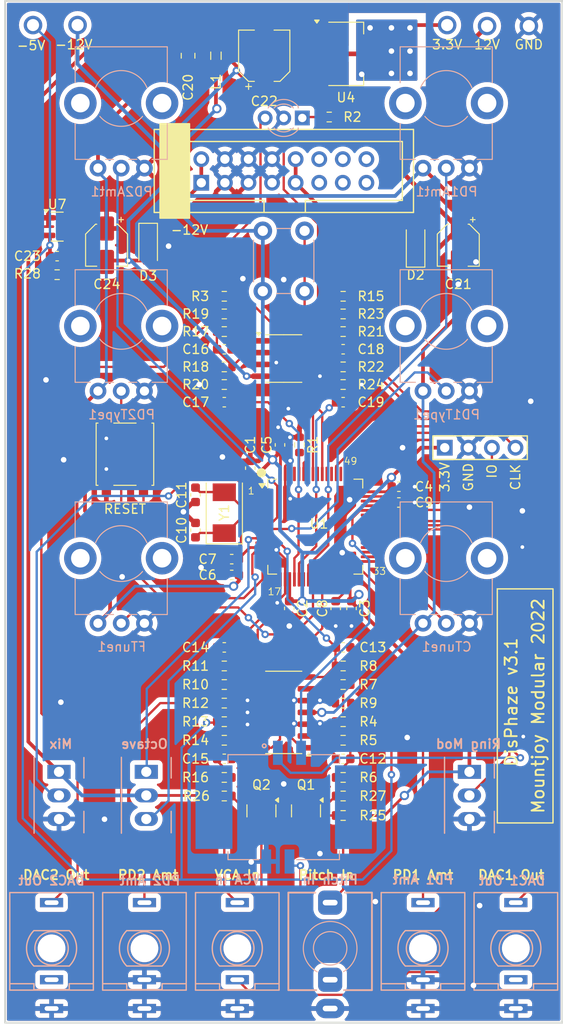
<source format=kicad_pcb>
(kicad_pcb (version 20240108) (generator "pcbnew") (generator_version "8.0")
  (layers (0 "F.Cu" signal) (31 "B.Cu" signal) (34 "B.Paste" user) (35 "F.Paste" user) (36 "B.SilkS" user "B.Silkscreen") (37 "F.SilkS" user "F.Silkscreen") (38 "B.Mask" user) (39 "F.Mask" user) (44 "Edge.Cuts" user))
  (net 0 "")
  (net 1 "GND")
  (net 2 "+3V3")
  (net 3 "/LED_GREEN")
  (net 4 "Net-(U1-PH0)")
  (net 5 "Net-(U1-PH1)")
  (net 6 "Net-(U3A--)")
  (net 7 "Net-(C17-Pad1)")
  (net 8 "VCC")
  (net 9 "VEE")
  (net 10 "/PD1_CV")
  (net 11 "-12V")
  (net 12 "+12V")
  (net 13 "/PD2_CV")
  (net 14 "/AREF_-5")
  (net 15 "+3.3VA")
  (net 16 "/VCA")
  (net 17 "/CTUNE")
  (net 18 "/FTUNE")
  (net 19 "/SWDIO")
  (net 20 "/SWCLK")
  (net 21 "Net-(U3B--)")
  (net 22 "/CV_IN")
  (net 23 "Net-(U3C--)")
  (net 24 "Net-(C19-Pad1)")
  (net 25 "/USB_DM")
  (net 26 "/USB_DP")
  (net 27 "/PD1_POT")
  (net 28 "/PD1_TYPE")
  (net 29 "/PD2_POT")
  (net 30 "/PD2_TYPE")
  (net 31 "/BOOT0")
  (net 32 "/RESET")
  (net 33 "/OCTAVE_DN")
  (net 34 "/OCTAVE_UP")
  (net 35 "/DAC1_RING_MOD")
  (net 36 "/DAC2_MIX")
  (net 37 "Net-(U3D--)")
  (net 38 "/USB_VBUS")
  (net 39 "/LED_RED")
  (net 41 "Net-(U2A--)")
  (net 42 "Net-(U2B--)")
  (net 43 "Net-(D1-A1)")
  (net 44 "/VCAP1")
  (net 45 "/VCAP2")
  (net 46 "/PD1Amt_in")
  (net 47 "/PD2Amt_in")
  (net 48 "/VCA_In")
  (net 49 "/DAC1")
  (net 50 "/DAC2")
  (net 51 "/DAC1Out")
  (net 52 "/DAC2Out")
  (net 53 "/ACTION")
  (net 54 "/V_OCT_CV")
  (net 55 "/Pitch_MIDI_In")
  (net 56 "/MIDI_RX")
  (net 57 "Net-(D1-A2)")
  (net 61 "Net-(C16-Pad2)")
  (net 62 "Net-(C18-Pad2)")
  (net 65 "Net-(Q1-B)")
  (net 66 "Net-(Q1-C)")
  (net 68 "Net-(J6-Pad2)")
  (footprint "Capacitor_SMD:C_0603_1608Metric" (layer "F.Cu") (at 130.6 115.4 -90)
    (property "Reference" "C2")
    (property "Value" "100nF")
  )
  (footprint "Capacitor_SMD:C_0603_1608Metric" (layer "F.Cu") (at 120.5 103.175 -90)
    (property "Reference" "C10")
    (property "Value" "30pF")
  )
  (footprint "Capacitor_SMD:C_0603_1608Metric" (layer "F.Cu") (at 120.5 106.975 90)
    (property "Reference" "C11")
    (property "Value" "30pF")
  )
  (footprint "Capacitor_SMD:C_0603_1608Metric" (layer "F.Cu") (at 135.6 115.4 90)
    (property "Reference" "C8")
    (property "Value" "2.2uF")
  )
  (footprint "Capacitor_SMD:C_0603_1608Metric" (layer "F.Cu") (at 142.4 104)
    (property "Reference" "C9")
    (property "Value" "2.2uF")
  )
  (footprint "Capacitor_SMD:C_0603_1608Metric" (layer "F.Cu") (at 142.4 102.3)
    (property "Reference" "C4")
    (property "Value" "100nF")
  )
  (footprint "Capacitor_SMD:C_0603_1608Metric" (layer "F.Cu") (at 129.6 97.8 90)
    (property "Reference" "C5")
    (property "Value" "100nF")
  )
  (footprint "Capacitor_SMD:C_0603_1608Metric" (layer "F.Cu") (at 136.4 119.6 180)
    (property "Reference" "C13")
    (property "Value" "1.5nF")
  )
  (footprint "Capacitor_SMD:C_0603_1608Metric" (layer "F.Cu") (at 136.4 131.6 180)
    (property "Reference" "C12")
    (property "Value" "2.2nF")
  )
  (footprint "Capacitor_SMD:C_0603_1608Metric" (layer "F.Cu") (at 123.6 119.6)
    (property "Reference" "C14")
    (property "Value" "2.2nF")
  )
  (footprint "Capacitor_SMD:C_0603_1608Metric" (layer "F.Cu") (at 123.6 93.2)
    (property "Reference" "C17")
    (property "Value" "10uF")
  )
  (footprint "Capacitor_SMD:C_0603_1608Metric" (layer "F.Cu") (at 136.4 93.2 180)
    (property "Reference" "C19")
    (property "Value" "10uF")
  )
  (footprint "Capacitor_SMD:C_0603_1608Metric" (layer "F.Cu") (at 123.6 87.5)
    (property "Reference" "C16")
    (property "Value" "1nF")
  )
  (footprint "Capacitor_SMD:C_0603_1608Metric" (layer "F.Cu") (at 136.4 87.5 180)
    (property "Reference" "C18")
    (property "Value" "1nf")
  )
  (footprint "Capacitor_SMD:C_0603_1608Metric" (layer "F.Cu") (at 105.6 77.475)
    (property "Reference" "C23")
    (property "Value" "100nF")
  )
  (footprint "Custom_Footprints:Eurorack_16_pin_header" (layer "F.Cu") (at 121.125 69.575)
    (property "Reference" "J9" (hide yes))
    (property "Value" "Eurorack_16_pin_power" (hide yes))
  )
  (footprint "Inductor_SMD:L_0805_2012Metric" (layer "F.Cu") (at 122.7 55.9 90)
    (property "Reference" "L1")
    (property "Value" "L")
  )
  (footprint "Resistor_SMD:R_0603_1608Metric" (layer "F.Cu") (at 136.4 81.8)
    (property "Reference" "R15")
    (property "Value" "47k")
  )
  (footprint "Resistor_SMD:R_0603_1608Metric" (layer "F.Cu") (at 136.4 123.6)
    (property "Reference" "R7")
    (property "Value" "82k")
  )
  (footprint "Resistor_SMD:R_0603_1608Metric" (layer "F.Cu") (at 136.4 125.6)
    (property "Reference" "R9")
    (property "Value" "100k")
  )
  (footprint "Resistor_SMD:R_0603_1608Metric" (layer "F.Cu") (at 136.4 127.6)
    (property "Reference" "R4")
    (property "Value" "82k")
  )
  (footprint "Resistor_SMD:R_0603_1608Metric" (layer "F.Cu") (at 136.4 133.6)
    (property "Reference" "R6")
    (property "Value" "100k")
  )
  (footprint "Resistor_SMD:R_0603_1608Metric" (layer "F.Cu") (at 123.6 123.6 180)
    (property "Reference" "R10")
    (property "Value" "68k")
  )
  (footprint "Resistor_SMD:R_0603_1608Metric" (layer "F.Cu") (at 123.6 125.6 180)
    (property "Reference" "R12")
    (property "Value" "100k")
  )
  (footprint "Resistor_SMD:R_0603_1608Metric" (layer "F.Cu") (at 123.6 127.6 180)
    (property "Reference" "R13")
    (property "Value" "68k")
  )
  (footprint "Resistor_SMD:R_0603_1608Metric" (layer "F.Cu") (at 123.6 133.6 180)
    (property "Reference" "R16")
    (property "Value" "100k")
  )
  (footprint "Resistor_SMD:R_0603_1608Metric" (layer "F.Cu") (at 136.4 121.6)
    (property "Reference" "R8")
    (property "Value" "47k")
  )
  (footprint "Resistor_SMD:R_0603_1608Metric" (layer "F.Cu") (at 136.4 129.6)
    (property "Reference" "R5")
    (property "Value" "47k")
  )
  (footprint "Resistor_SMD:R_0603_1608Metric" (layer "F.Cu") (at 123.6 121.6 180)
    (property "Reference" "R11")
    (property "Value" "47k")
  )
  (footprint "Resistor_SMD:R_0603_1608Metric" (layer "F.Cu") (at 123.6 129.6 180)
    (property "Reference" "R14")
    (property "Value" "47k")
  )
  (footprint "Resistor_SMD:R_0603_1608Metric" (layer "F.Cu") (at 123.6 91.3 180)
    (property "Reference" "R20")
    (property "Value" "47k")
  )
  (footprint "Resistor_SMD:R_0603_1608Metric" (layer "F.Cu") (at 123.6 89.4 180)
    (property "Reference" "R18")
    (property "Value" "2k")
  )
  (footprint "Resistor_SMD:R_0603_1608Metric" (layer "F.Cu") (at 136.4 89.4)
    (property "Reference" "R22")
    (property "Value" "2k")
  )
  (footprint "Resistor_SMD:R_0603_1608Metric" (layer "F.Cu") (at 136.4 85.6)
    (property "Reference" "R21")
    (property "Value" "10k")
  )
  (footprint "Resistor_SMD:R_0603_1608Metric" (layer "F.Cu") (at 123.6 83.7 180)
    (property "Reference" "R19")
    (property "Value" "1k")
  )
  (footprint "Resistor_SMD:R_0603_1608Metric" (layer "F.Cu") (at 136.4 83.7 180)
    (property "Reference" "R23")
    (property "Value" "1k")
  )
  (footprint "Package_QFP:LQFP-64_10x10mm_P0.5mm" (layer "F.Cu") (at 133.4 106.6)
    (property "Reference" "U1")
    (property "Value" "STM32F405RGTx")
  )
  (footprint "Package_SO:SOIC-14_3.9x8.7mm_P1.27mm" (layer "F.Cu") (at 130 126.6 180)
    (property "Reference" "U3" (hide yes))
    (property "Value" "MCP6004")
  )
  (footprint "Package_SO:SOIC-8_3.9x4.9mm_P1.27mm" (layer "F.Cu") (at 130 88.5)
    (property "Reference" "U2" (hide yes))
    (property "Value" "TL072")
  )
  (footprint "Crystal:Crystal_SMD_0603-2Pin_6.0x3.5mm" (layer "F.Cu") (at 123.6 105.1 90)
    (property "Reference" "Y1")
    (property "Value" "12MHz_18pF")
  )
  (footprint "Custom_Footprints:SWD_header" (layer "F.Cu") (at 147.34 98.1)
    (property "Reference" "J1" (hide yes))
    (property "Value" "SWD_Header")
  )
  (footprint "Diode_SMD:D_SOD-123" (layer "F.Cu") (at 115.4 76.3 -90)
    (property "Reference" "D3")
    (property "Value" "1N5819")
  )
  (footprint "Diode_SMD:D_SOD-123" (layer "F.Cu") (at 144.2 76.3 90)
    (property "Reference" "D2")
    (property "Value" "1N5819")
  )
  (footprint "Resistor_SMD:R_0603_1608Metric" (layer "F.Cu") (at 105.6 79.475 180)
    (property "Reference" "R28")
    (property "Value" "2.2k")
  )
  (footprint "Resistor_SMD:R_0603_1608Metric" (layer "F.Cu") (at 123.6 85.6 180)
    (property "Reference" "R17")
    (property "Value" "10k")
  )
  (footprint "Capacitor_SMD:CP_Elec_4x5.3" (layer "F.Cu") (at 148.8 76.3 -90)
    (property "Reference" "C21")
    (property "Value" "22uF")
  )
  (footprint "Capacitor_SMD:CP_Elec_4x5.3" (layer "F.Cu") (at 110.925 76.3 -90)
    (property "Reference" "C24")
    (property "Value" "22uF")
  )
  (footprint "Capacitor_SMD:CP_Elec_5x5.4" (layer "F.Cu") (at 127.9 55.9 90)
    (property "Reference" "C22")
    (property "Value" "47uF")
  )
  (footprint "Resistor_SMD:R_0603_1608Metric" (layer "F.Cu") (at 136.4 91.3)
    (property "Reference" "R24")
    (property "Value" "47k")
  )
  (footprint "Capacitor_SMD:C_0603_1608Metric" (layer "F.Cu") (at 123.6 131.6)
    (property "Reference" "C15")
    (property "Value" "1.5nF")
  )
  (footprint "Capacitor_SMD:C_0603_1608Metric" (layer "F.Cu") (at 137.3 115.4 -90)
    (property "Reference" "C3")
    (property "Value" "100nF")
  )
  (footprint "Package_TO_SOT_SMD:SOT-223-3_TabPin2" (layer "F.Cu") (at 136.7 55.7)
    (property "Reference" "U4")
    (property "Value" "LM1117-3.3")
  )
  (footprint "Custom_Footprints:SW_SPST_EVQQ2" (layer "F.Cu") (at 112.9 98.8 -90)
    (property "Reference" "RESET1" (hide yes))
    (property "Value" "SW_Push")
  )
  (footprint "Resistor_SMD:R_0603_1608Metric" (layer "F.Cu") (at 136.4 135.6 180)
    (property "Reference" "R27")
    (property "Value" "4k7")
  )
  (footprint "Package_TO_SOT_SMD:SOT-23" (layer "F.Cu") (at 127.6 137.2 -90)
    (property "Reference" "Q2")
    (property "Value" "MMBT3904")
  )
  (footprint "Capacitor_SMD:C_0805_2012Metric" (layer "F.Cu") (at 119.7 55.9 90)
    (property "Reference" "C20")
    (property "Value" "10uF")
  )
  (footprint "Custom_Footprints:1.3mm_Test_Point" (layer "F.Cu") (at 151.9 52.7)
    (property "Reference" "TP4" (hide yes))
    (property "Value" "TestPoint")
  )
  (footprint "Custom_Footprints:1.3mm_Test_Point" (layer "F.Cu") (at 103 52.6)
    (property "Reference" "TP1" (hide yes))
    (property "Value" "TestPoint")
  )
  (footprint "Resistor_SMD:R_0603_1608Metric" (layer "F.Cu") (at 134.9 62.5)
    (property "Reference" "R2")
    (property "Value" "1k")
  )
  (footprint "Package_TO_SOT_SMD:SOT-23" (layer "F.Cu") (at 132.4 137.2 -90)
    (property "Reference" "Q1")
    (property "Value" "MMBT3904")
  )
  (footprint "Resistor_SMD:R_0603_1608Metric" (layer "F.Cu") (at 131.7 97.8 -90)
    (property "Reference" "R1")
    (property "Value" "100k")
  )
  (footprint "Resistor_SMD:R_0603_1608Metric" (layer "F.Cu") (at 123.6 135.6 180)
    (property "Reference" "R26")
    (property "Value" "4k7")
  )
  (footprint "Capacitor_SMD:C_0603_1608Metric" (layer "F.Cu") (at 124.4 110.1 180)
    (property "Reference" "C7")
    (property "Value" "100nF")
  )
  (footprint "Resistor_SMD:R_0603_1608Metric" (layer "F.Cu") (at 136.4 137.7)
    (property "Reference" "R25")
    (property "Value" "4k7")
  )
  (footprint "Resistor_SMD:R_0603_1608Metric" (layer "F.Cu") (at 123.6 81.8)
    (property "Reference" "R3")
    (property "Value" "1k")
  )
  (footprint "Custom_Footprints:1.3mm_Test_Point" (layer "F.Cu") (at 147.6 52.6)
    (property "Reference" "TP3" (hide yes))
    (property "Value" "TestPoint")
  )
  (footprint "Capacitor_SMD:C_0603_1608Metric" (layer "F.Cu") (at 124.4 111.8 180)
    (property "Reference" "C6")
    (property "Value" "1uF")
  )
  (footprint "Custom_Footprints:1.3mm_Test_Point" (layer "F.Cu") (at 156.4 52.7)
    (property "Reference" "TP2" (hide yes))
    (property "Value" "TestPoint")
  )
  (footprint "Custom_Footprints:1.3mm_Test_Point" (layer "F.Cu") (at 107.8 52.6)
    (property "Reference" "TP5" (hide yes))
    (property "Value" "TestPoint")
  )
  (footprint "Package_TO_SOT_SMD:SOT-23" (layer "F.Cu") (at 105.6 74.3)
    (property "Reference" "U7")
    (property "Value" "LM4040DBZ-5")
  )
  (footprint "Capacitor_SMD:C_0603_1608Metric" (layer "F.Cu") (at 126.4 100.3 90)
    (property "Reference" "C1")
    (property "Value" "4.7uF")
  )
  (footprint "Custom_Footprints:Thonkiconn_Stereo-PJ366ST" (layer "B.Cu") (at 135 152 180)
    (property "Reference" "J3" (hide yes))
    (property "Value" "PItch_In")
  )
  (footprint "Custom_Footprints:THONKICONN_hole" (layer "B.Cu") (at 145 152 180)
    (property "Reference" "J4" (hide yes))
    (property "Value" "PD1_Amt_In" (hide yes))
  )
  (footprint "Custom_Footprints:THONKICONN_hole" (layer "B.Cu") (at 115 152 180)
    (property "Reference" "J5" (hide yes))
    (property "Value" "PD2_Amt_In" (hide yes))
  )
  (footprint "Custom_Footprints:THONKICONN_hole" (layer "B.Cu") (at 125 152 180)
    (property "Reference" "J6" (hide yes))
    (property "Value" "VCA_In" (hide yes))
  )
  (footprint "Custom_Footprints:THONKICONN_hole" (layer "B.Cu") (at 105 152 180)
    (property "Reference" "J7" (hide yes))
    (property "Value" "DAC1_Out" (hide yes))
  )
  (footprint "Custom_Footprints:THONKICONN_hole" (layer "B.Cu") (at 155 152 180)
    (property "Reference" "J8" (hide yes))
    (property "Value" "DAC2_Out" (hide yes))
  )
  (footprint "Custom_Footprints:SPDTSubMiniature" (layer "B.Cu") (at 105.8 133 -90)
    (property "Reference" "SW3" (hide yes))
    (property "Value" "DAC2_Mix_Switch")
  )
  (footprint "Custom_Footprints:SPDTSubMiniature" (layer "B.Cu") (at 115.2 133 -90)
    (property "Reference" "SW1" (hide yes))
    (property "Value" "Octave_Switch")
  )
  (footprint "Custom_Footprints:SW_PUSH_6mm_aligned" (layer "B.Cu") (at 130 78 90)
    (property "Reference" "SW4" (hide yes))
    (property "Value" "SW_Push")
  )
  (footprint "Custom_Footprints:Alpha_9mm_Potentiometer_Aligned" (layer "B.Cu") (at 147.5 109.5 180)
    (property "Reference" "CTune1")
    (property "Value" "B10k")
  )
  (footprint "Custom_Footprints:Alpha_9mm_Potentiometer_Aligned" (layer "B.Cu") (at 112.5 109.5 180)
    (property "Reference" "FTune1")
    (property "Value" "B10k")
  )
  (footprint "Custom_Footprints:Alpha_9mm_Potentiometer_Aligned" (layer "B.Cu") (at 147.5 60.5 180)
    (property "Reference" "PD1Amt1")
    (property "Value" "B10k")
  )
  (footprint "Custom_Footprints:Alpha_9mm_Potentiometer_Aligned" (layer "B.Cu") (at 147.5 84.5 180)
    (property "Reference" "PD1Type1")
    (property "Value" "B10k")
  )
  (footprint "Custom_Footprints:Alpha_9mm_Potentiometer_Aligned" (layer "B.Cu") (at 112.5 60.5 180)
    (property "Reference" "PD2Amt1")
    (property "Value" "B10k")
  )
  (footprint "Custom_Footprints:Alpha_9mm_Potentiometer_Aligned" (layer "B.Cu") (at 112.5 84.5 180)
    (property "Reference" "PD2Type1")
    (property "Value" "B10k")
  )
  (footprint "Custom_Footprints:USB_TE_1734517-1" (layer "B.Cu") (at 130 136.8 180)
    (property "Reference" "J2" (hide yes))
    (property "Value" "USB_B_Micro")
  )
  (footprint "Custom_Footprints:SPDTSubMiniature" (layer "B.Cu") (at 150 133 -90)
    (property "Reference" "SW2" (hide yes))
    (property "Value" "DAC1_RingMod_Switch")
  )
  (footprint "LED_THT:LED_D3.0mm-3" (layer "B.Cu") (at 130 62.6 180)
    (property "Reference" "D1" (hide yes))
    (property "Value" "LED_Dual_AKA")
  )
  (gr_circle (center 127.6 100.8) (end 128 100.8) (stroke (width 0.2)) (fill solid) (layer "F.SilkS"))
  (gr_rect (start 153 113.3) (end 159 138.5) (stroke (width 0.15)) (fill none) (layer "F.SilkS"))
  (gr_line (start 100 160) (end 160 160) (stroke (width 0.2)) (layer "Edge.Cuts"))
  (gr_line (start 160 50) (end 160 160) (stroke (width 0.2)) (layer "Edge.Cuts"))
  (gr_line (start 100 50) (end 160 50) (stroke (width 0.2)) (layer "Edge.Cuts"))
  (gr_line (start 100 50) (end 100 160) (stroke (width 0.2)) (layer "Edge.Cuts"))
  (gr_text "DAC1 Out" (at 154.6 144.7 0) (layer "B.SilkS") (effects (font (size 1 1) (thickness 0.2)) (justify mirror)))
  (gr_text "PD1 Amt" (at 145 144.6 0) (layer "B.SilkS") (effects (font (size 1 1) (thickness 0.2)) (justify mirror)))
  (gr_text "Pitch In" (at 135 144.6 0) (layer "B.SilkS") (effects (font (size 1 1) (thickness 0.2)) (justify mirror)))
  (gr_text "VCA In" (at 125 144.6 0) (layer "B.SilkS") (effects (font (size 1 1) (thickness 0.2)) (justify mirror)))
  (gr_text "PD2 Amt" (at 115.6 144.7 0) (layer "B.SilkS") (effects (font (size 1 1) (thickness 0.2)) (justify mirror)))
  (gr_text "DAC2 Out" (at 105 144.7 0) (layer "B.SilkS") (effects (font (size 1 1) (thickness 0.2)) (justify mirror)))
  (gr_text "Ring Mod" (at 149.9 130 0) (layer "B.SilkS") (effects (font (size 1 1) (thickness 0.2)) (justify mirror)))
  (gr_text "Octave" (at 115 130 0) (layer "B.SilkS") (effects (font (size 1 1) (thickness 0.2)) (justify mirror)))
  (gr_text "Mix" (at 106 130 0) (layer "B.SilkS") (effects (font (size 1 1) (thickness 0.2)) (justify mirror)))
  (gr_text "PD2 Amt" (at 115.4 144.1 0) (layer "F.SilkS") (effects (font (size 1 1) (thickness 0.2))))
  (gr_text "PD1 Amt" (at 145 144.1 0) (layer "F.SilkS") (effects (font (size 1 1) (thickness 0.2))))
  (gr_text "DAC1 Out" (at 154.5 144.1 0) (layer "F.SilkS") (effects (font (size 1 1) (thickness 0.2))))
  (gr_text "VCA In" (at 125 144.1 0) (layer "F.SilkS") (effects (font (size 1 1) (thickness 0.2))))
  (gr_text "Pitch In" (at 134.6 144.1 0) (layer "F.SilkS") (effects (font (size 1 1) (thickness 0.2))))
  (gr_text "17" (at 129 113.6 0) (layer "F.SilkS") (effects (font (size 0.75 0.75) (thickness 0.1))))
  (gr_text "33" (at 140.3 111.4 0) (layer "F.SilkS") (effects (font (size 0.75 0.75) (thickness 0.1))))
  (gr_text "49" (at 137.2 99.55 0) (layer "F.SilkS") (effects (font (size 0.75 0.75) (thickness 0.1))))
  (gr_text "1" (at 126.5 102.75 0) (layer "F.SilkS") (effects (font (size 0.75 0.75) (thickness 0.1))))
  (gr_text "3.3V" (at 147.6 54.7 0) (layer "F.SilkS") (effects (font (size 1 1))))
  (gr_text "DAC2 Out" (at 105.5 144.1 0) (layer "F.SilkS") (effects (font (size 1 1) (thickness 0.2))))
  (gr_text "12V" (at 151.9 54.7 0) (layer "F.SilkS") (effects (font (size 1 1))))
  (gr_text "RESET" (at 112.9 104.7 0) (layer "F.SilkS") (effects (font (size 1 1))))
  (gr_text "-12V" (at 107.4 54.7 0) (layer "F.SilkS") (effects (font (size 1 1))))
  (gr_text "DisPhaze v3.1" (at 154.5 125.5 90) (layer "F.SilkS") (effects (font (size 1.3 1.3) (thickness 0.2))))
  (gr_text "GND" (at 156.4 54.7 0) (layer "F.SilkS") (effects (font (size 1 1))))
  (gr_text "Mountjoy Modular 2022" (at 157.4 125.9 90) (layer "F.SilkS") (effects (font (size 1.3 1.3) (thickness 0.2))))
  (gr_text "-5V" (at 102.8 54.8 0) (layer "F.SilkS") (effects (font (size 1 1))))
  (segment (start 120.5 103.95) (end 120.25 103.95) (width 0.5) (layer "F.Cu") (net 1))
  (segment (start 130.5 93.9) (end 131.7 95.1) (width 0.25) (layer "F.Cu") (net 1))
  (segment (start 128.565006 108.35) (end 129.2 108.984994) (width 0.25) (layer "F.Cu") (net 1))
  (segment (start 131.7 95.1) (end 131.7 96.975) (width 0.25) (layer "F.Cu") (net 1))
  (segment (start 130.675 96.975) (end 129.65 96.975) (width 0.25) (layer "F.Cu") (net 1))
  (segment (start 131.17 127.87) (end 132.475 127.87) (width 0.4) (layer "F.Cu") (net 1))
  (segment (start 130.7 99.5) (end 130.7 97) (width 0.25) (layer "F.Cu") (net 1))
  (segment (start 130.15 110.05) (end 129.2 109.1) (width 0.25) (layer "F.Cu") (net 1))
  (segment (start 130.15 112.275) (end 130.15 110.05) (width 0.25) (layer "F.Cu") (net 1))
  (segment (start 127.525 89.135) (end 129.000345 89.135) (width 0.25) (layer "F.Cu") (net 1))
  (segment (start 130.7 97) (end 130.675 96.975) (width 0.25) (layer "F.Cu") (net 1))
  (segment (start 120.5 106.2) (end 120.4 106.2) (width 0.5) (layer "F.Cu") (net 1))
  (segment (start 130.15 100.925) (end 130.15 103.05) (width 0.25) (layer "F.Cu") (net 1))
  (segment (start 120.25 103.95) (end 119.2 105) (width 0.5) (layer "F.Cu") (net 1))
  (segment (start 130.15 103.05) (end 130.7 103.6) (width 0.25) (layer "F.Cu") (net 1))
  (segment (start 130.15 113.822862) (end 129.3 114.672862) (width 0.25) (layer "F.Cu") (net 1))
  (segment (start 129.000345 89.135) (end 129.1995 88.935845) (width 0.25) (layer "F.Cu") (net 1))
  (segment (start 120.4 106.2) (end 119.2 105) (width 0.5) (layer "F.Cu") (net 1))
  (segment (start 131.7 96.975) (end 130.675 96.975) (width 0.25) (layer "F.Cu") (net 1))
  (segment (start 130.7 99.534994) (end 130.7 99.5) (width 0.25) (layer "F.Cu") (net 1))
  (segment (start 129.65 96.975) (end 129.6 97.025) (width 0.25) (layer "F.Cu") (net 1))
  (segment (start 131.1 125.3) (end 132.405 125.3) (width 0.4) (layer "F.Cu") (net 1))
  (segment (start 130.15 100.084994) (end 130.7 99.534994) (width 0.25) (layer "F.Cu") (net 1))
  (segment (start 129.3 114.672862) (end 129.3 114.8) (width 0.25) (layer "F.Cu") (net 1))
  (segment (start 127.725 108.35) (end 128.565006 108.35) (width 0.25) (layer "F.Cu") (net 1))
  (segment (start 130.15 112.275) (end 130.15 113.822862) (width 0.25) (layer "F.Cu") (net 1))
  (segment (start 129.2 108.984994) (end 129.2 109.1) (width 0.25) (layer "F.Cu") (net 1))
  (segment (start 130.15 100.925) (end 130.15 100.084994) (width 0.25) (layer "F.Cu") (net 1))
  (segment (start 131.1 127.8) (end 131.17 127.87) (width 0.4) (layer "F.Cu") (net 1))
  (via (at 130 80) (size 1) (drill 0.6) (layers "F.Cu" "B.Cu") (net 1))
  (via (at 112.6 112) (size 1) (drill 0.6) (layers "F.Cu" "B.Cu") (net 1))
  (via (at 121.1 111) (size 1) (drill 0.6) (layers "F.Cu" "B.Cu") (net 1))
  (via (at 155.7 104.9) (size 1) (drill 0.6) (layers "F.Cu" "B.Cu") (net 1))
  (via (at 155.8 129.2) (size 0.8) (drill 0.4) (layers "F.Cu" "B.Cu") (net 1))
  (via (at 129.4 95.9) (size 0.8) (drill 0.4) (layers "F.Cu" "B.Cu") (net 1))
  (via (at 150.7 78.1) (size 1) (drill 0.6) (layers "F.Cu" "B.Cu") (net 1))
  (via (at 138.4 91.3) (size 0.8) (drill 0.4) (layers "F.Cu" "B.Cu") (net 1))
  (via (at 106.3 99.4) (size 1) (drill 0.6) (layers "F.Cu" "B.Cu") (net 1))
  (via (at 129.2 109.1) (size 0.8) (drill 0.4) (layers "F.Cu" "B.Cu") (net 1))
  (via (at 133.9 125.3) (size 0.8) (drill 0.4) (layers "F.Cu" "B.Cu") (net 1))
  (via (at 117.6 76.4) (size 1) (drill 0.6) (layers "F.Cu" "B.Cu") (net 1))
  (via (at 137.1 103.7) (size 1) (drill 0.6) (layers "F.Cu" "B.Cu") (net 1))
  (via (at 104.4 90.8) (size 1) (drill 0.6) (layers "F.Cu" "B.Cu") (net 1))
  (via (at 126.5 142.7) (size 1) (drill 0.6) (layers "F.Cu" "B.Cu") (net 1))
  (via (at 144.1 102.3) (size 0.8) (drill 0.4) (layers "F.Cu" "B.Cu") (net 1))
  (via (at 155.7 108.8) (size 0.8) (drill 0.4) (layers "F.Cu" "B.Cu") (net 1))
  (via (at 106 125.5) (size 1) (drill 0.6) (layers "F.Cu" "B.Cu") (net 1))
  (via (at 130.5 93.9) (size 0.8) (drill 0.4) (layers "F.Cu" "B.Cu") (net 1))
  (via (at 150 104.5) (size 1) (drill 0.6) (layers "F.Cu" "B.Cu") (net 1))
  (via (at 156.6 93.1) (size 1) (drill 0.6) (layers "F.Cu" "B.Cu") (net 1))
  (via (at 110.7 138.1) (size 1) (drill 0.6) (layers "F.Cu" "B.Cu") (net 1))
  (via (at 130.7 103.6) (size 0.8) (drill 0.4) (layers "F.Cu" "B.Cu") (net 1))
  (via (at 126.1 126.6) (size 0.8) (drill 0.4) (layers "F.Cu" "B.Cu") (net 1))
  (via (at 150.434598 155.990421) (size 1) (drill 0.6) (layers "F.Cu" "B.Cu") (net 1))
  (via (at 130 134.3) (size 1) (drill 0.6) (layers "F.Cu" "B.Cu") (net 1))
  (via (at 135.6 117.3) (size 0.8) (drill 0.4) (layers "F.Cu" "B.Cu") (net 1))
  (via (at 126.1 125.3) (size 0.8) (drill 0.4) (layers "F.Cu" "B.Cu") (net 1))
  (via (at 144.1 104) (size 0.8) (drill 0.4) (layers "F.Cu" "B.Cu") (net 1))
  (via (at 110.9 100.4) (size 0.8) (drill 0.4) (layers "F.Cu" "B.Cu") (net 1))
  (via (at 133.9 141.8) (size 1) (drill 0.6) (layers "F.Cu" "B.Cu") (net 1))
  (via (at 120.9 91.3) (size 1) (drill 0.6) (layers "F.Cu" "B.Cu") (net 1))
  (via (at 130.6 117.3) (size 1) (drill 0.6) (layers "F.Cu" "B.Cu") (net 1))
  (via (at 143.3 129.3) (size 1) (drill 0.6) (layers "F.Cu" "B.Cu") (net 1))
  (via (at 130.7 99.5) (size 0.8) (drill 0.4) (layers "F.Cu" "B.Cu") (net 1))
  (via (at 123.4 99.1) (size 1) (drill 0.6) (layers "F.Cu" "B.Cu") (net 1))
  (via (at 129.1995 88.935845) (size 0.8) (drill 0.4) (layers "F.Cu" "B.Cu") (net 1))
  (via (at 129.3 114.8) (size 0.8) (drill 0.4) (layers "F.Cu" "B.Cu") (net 1))
  (via (at 139.86699 146.96699) (size 1) (drill 0.6) (layers "F.Cu" "B.Cu") (net 1))
  (via (at 119.2 105) (size 1) (drill 0.6) (layers "F.Cu" "B.Cu") (net 1))
  (via (at 133.9 127.8) (size 0.8) (drill 0.4) (layers "F.Cu" "B.Cu") (net 1))
  (via (at 136.3 109.4) (size 1) (drill 0.6) (layers "F.Cu" "B.Cu") (net 1))
  (via (at 125.6 79.9) (size 1) (drill 0.6) (layers "F.Cu" "B.Cu") (net 1))
  (via (at 137.3 117.3) (size 0.8) (drill 0.4) (layers "F.Cu" "B.Cu") (net 1))
  (via (at 131.1 127.8) (size 0.8) (drill 0.4) (layers "F.Cu" "B.Cu") (net 1))
  (via (at 142.8 98.1) (size 1) (drill 0.6) (layers "F.Cu" "B.Cu") (net 1))
  (via (at 126.1 127.9) (size 0.8) (drill 0.4) (layers "F.Cu" "B.Cu") (net 1))
  (via (at 110.9 97.1) (size 0.8) (drill 0.4) (layers "F.Cu" "B.Cu") (net 1))
  (via (at 130.675 96.975) (size 0.8) (drill 0.4) (layers "F.Cu" "B.Cu") (net 1))
  (via (at 131.1 125.3) (size 0.8) (drill 0.4) (layers "F.Cu" "B.Cu") (net 1))
  (via (at 148.8 80.5) (size 1) (drill 0.6) (layers "F.Cu" "B.Cu") (net 1))
  (via (at 151.1 147.4) (size 1) (drill 0.6) (layers "F.Cu" "B.Cu") (net 1))
  (via (at 133.9 90.4) (size 0.8) (drill 0.4) (layers "F.Cu" "B.Cu") (net 1))
  (segment (start 138.1 113.9) (end 138.025 113.9) (width 0.4) (layer "F.Cu") (net 2))
  (segment (start 127.725 102.85) (end 127.025 102.85) (width 0.3) (layer "F.Cu") (net 2))
  (segment (start 127.1 101.075) (end 129.6 98.575) (width 0.4) (layer "F.Cu") (net 2))
  (segment (start 130.65 112.275) (end 130.65 114.575) (width 0.3) (layer "F.Cu") (net 2))
  (segment (start 137.3 114.7) (end 140.2 117.6) (width 0.4) (layer "F.Cu") (net 2))
  (segment (start 129.65 98.625) (end 129.6 98.575) (width 0.3) (layer "F.Cu") (net 2))
  (segment (start 131.975 114.625) (end 132 114.6) (width 0.4) (layer "F.Cu") (net 2))
  (segment (start 143 135.55) (end 140.85 137.7) (width 0.3) (layer "F.Cu") (net 2))
  (segment (start 127.7 102.85) (end 127.025 102.85) (width 0.25) (layer "F.Cu") (net 2))
  (segment (start 138.025 113.9) (end 137.3 114.625) (width 0.4) (layer "F.Cu") (net 2))
  (segment (start 144.8 98.1) (end 141.6 101.3) (width 0.4) (layer "F.Cu") (net 2))
  (segment (start 140.85 137.7) (end 137.225 137.7) (width 0.3) (layer "F.Cu") (net 2))
  (segment (start 127.73125 58.21875) (end 125.61875 58.21875) (width 0.4) (layer "F.Cu") (net 2))
  (segment (start 150 127.4) (end 140.2 117.6) (width 0.4) (layer "F.Cu") (net 2))
  (segment (start 129.6 98.575) (end 129.6 98.6) (width 0.4) (layer "F.Cu") (net 2))
  (segment (start 115.2 135.54) (end 122.715 135.54) (width 0.3) (layer "F.Cu") (net 2))
  (segment (start 130.6 114.625) (end 131.975 114.625) (width 0.4) (layer "F.Cu") (net 2))
  (segment (start 137.15 112.275) (end 137.15 114.475) (width 0.3) (layer "F.Cu") (net 2))
  (segment (start 137.15 114.475) (end 137.3 114.625) (width 0.3) (layer "F.Cu") (net 2))
  (segment (start 139.85 55.7) (end 133.55 55.7) (width 0.5) (layer "F.Cu") (net 2))
  (segment (start 141.075 102.85) (end 141.625 102.3) (width 0.3) (layer "F.Cu") (net 2))
  (segment (start 130.3 55.7) (end 127.9 58.1) (width 0.5) (layer "F.Cu") (net 2))
  (segment (start 129.65 100.925) (end 129.65 98.625) (width 0.3) (layer "F.Cu") (net 2))
  (segment (start 141.625 101.325) (end 141.6 101.3) (width 0.3) (layer "F.Cu") (net 2))
  (segment (start 125.61875 58.21875) (end 124.9 57.5) (width 0.4) (layer "F.Cu") (net 2))
  (segment (start 102.5 61.7) (end 110.8 53.4) (width 0.4) (layer "F.Cu") (net 2))
  (segment (start 147.34 98.1) (end 144.8 98.1) (width 0.4) (layer "F.Cu") (net 2))
  (segment (start 121.3 53.4) (end 124.9 57) (width 0.4) (layer "F.Cu") (net 2))
  (segment (start 110.8 53.4) (end 121.3 53.4) (width 0.4) (layer "F.Cu") (net 2))
  (segment (start 150 133) (end 150 127.4) (width 0.4) (layer "F.Cu") (net 2))
  (segment (start 141.625 102.3) (end 141.625 101.325) (width 0.3) (layer "F.Cu") (net 2))
  (segment (start 130.65 114.575) (end 130.6 114.625) (width 0.3) (layer "F.Cu") (net 2))
  (segment (start 126.4 102.225) (end 126.4 101.075) (width 0.3) (layer "F.Cu") (net 2))
  (segment (start 105.75 133) (end 102.5 129.75) (width 0.4) (layer "F.Cu") (net 2))
  (segment (start 102.5 129.75) (end 102.5 61.7) (width 0.4) (layer "F.Cu") (net 2))
  (segment (start 122.715 135.54) (end 122.775 135.6) (width 0.3) (layer "F.Cu") (net 2))
  (segment (start 127.95 58) (end 127.73125 58.21875) (width 0.4) (layer "F.Cu") (net 2))
  (segment (start 133.55 55.7) (end 130.3 55.7) (width 0.5) (layer "F.Cu") (net 2))
  (segment (start 143.7 52.6) (end 147.6 52.6) (width 0.4) (layer "F.Cu") (net 2))
  (segment (start 139.075 102.85) (end 141.075 102.85) (width 0.3) (layer "F.Cu") (net 2))
  (segment (start 127.025 102.85) (end 126.4 102.225) (width 0.3) (layer "F.Cu") (net 2))
  (segment (start 124.9 57) (end 124.9 57.5) (width 0.4) (layer "F.Cu") (net 2))
  (segment (start 126.4 101.075) (end 127.1 101.075) (width 0.4) (layer "F.Cu") (net 2))
  (segment (start 137.3 114.625) (end 137.3 114.7) (width 0.4) (layer "F.Cu") (net 2))
  (via (at 128.8 99.4) (size 1) (drill 0.6) (layers "F.Cu" "B.Cu") (net 2))
  (via (at 138.1 113.9) (size 1) (drill 0.6) (layers "F.Cu" "B.Cu") (net 2))
  (via (at 132 114.6) (size 1) (drill 0.6) (layers "F.Cu" "B.Cu") (net 2))
  (via (at 141.6 101.3) (size 1) (drill 0.6) (layers "F.Cu" "B.Cu") (net 2))
  (via (at 124.9 57.5) (size 0.8) (drill 0.4) (layers "F.Cu" "B.Cu") (net 2))
  (via (at 143.6 55.4) (size 1) (drill 0.6) (layers "F.Cu" "B.Cu") (net 2))
  (via (at 143.6 57.8) (size 1) (drill 0.6) (layers "F.Cu" "B.Cu") (net 2))
  (via (at 138.4 57.9) (size 1) (drill 0.6) (layers "F.Cu" "B.Cu") (net 2))
  (via (at 141.6 52.9) (size 1) (drill 0.6) (layers "F.Cu" "B.Cu") (net 2))
  (via (at 141.6 57.8) (size 1) (drill 0.6) (layers "F.Cu" "B.Cu") (net 2))
  (via (at 139.3 52.9) (size 1) (drill 0.6) (layers "F.Cu" "B.Cu") (net 2))
  (via (at 141.6 55.4) (size 1) (drill 0.6) (layers "F.Cu" "B.Cu") (net 2))
  (via (at 143 135.55) (size 1) (drill 0.6) (layers "F.Cu" "B.Cu") (net 2))
  (via (at 143.6 52.9) (size 1) (drill 0.6) (layers "F.Cu" "B.Cu") (net 2))
  (segment (start 133.5 109.4) (end 141.6 101.3) (width 0.4) (layer "B.Cu") (net 2))
  (segment (start 127.75 74.75) (end 120.75 74.75) (width 0.4) (layer "B.Cu") (net 2))
  (segment (start 132 114.6) (end 132 109.4) (width 0.4) (layer "B.Cu") (net 2))
  (segment (start 127.75 98.35) (end 127.75 74.75) (width 0.4) (layer "B.Cu") (net 2))
  (segment (start 120.75 74.75) (end 118.2 72.2) (width 0.4) (layer "B.Cu") (net 2))
  (segment (start 150 133) (end 145.55 133) (width 0.3) (layer "B.Cu") (net 2))
  (segment (start 105.75 133) (end 108.29 135.54) (width 0.4) (layer "B.Cu") (net 2))
  (segment (start 118.2 72.2) (end 118.2 64.2) (width 0.4) (layer "B.Cu") (net 2))
  (segment (start 132 109.4) (end 133.5 109.4) (width 0.4) (layer "B.Cu") (net 2))
  (segment (start 138.1 113.9) (end 137.4 114.6) (width 0.4) (layer "B.Cu") (net 2))
  (segment (start 108.29 135.54) (end 115.25 135.54) (width 0.4) (layer "B.Cu") (net 2))
  (segment (start 118.2 64.2) (end 124.9 57.5) (width 0.4) (layer "B.Cu") (net 2))
  (segment (start 129.6 100.2) (end 128.8 99.4) (width 0.4) (layer "B.Cu") (net 2))
  (segment (start 132 109.4) (end 129.6 107) (width 0.4) (layer "B.Cu") (net 2))
  (segment (start 128.8 99.4) (end 127.75 98.35) (width 0.4) (layer "B.Cu") (net 2))
  (segment (start 137.4 114.6) (end 132 114.6) (width 0.4) (layer "B.Cu") (net 2))
  (segment (start 129.6 107) (end 129.6 100.2) (width 0.4) (layer "B.Cu") (net 2))
  (segment (start 145.55 133) (end 143 135.55) (width 0.3) (layer "B.Cu") (net 2))
  (segment (start 132.15 99.75) (end 132.7 99.2) (width 0.25) (layer "F.Cu") (net 3))
  (segment (start 129.924001 92.124001) (end 129.924001 85.924001) (width 0.25) (layer "F.Cu") (net 3))
  (segment (start 132.7 94.9) (end 129.924001 92.124001) (width 0.25) (layer "F.Cu") (net 3))
  (segment (start 129.924001 85.924001) (end 125.8 81.8) (width 0.25) (layer "F.Cu") (net 3))
  (segment (start 132.15 100.925) (end 132.15 99.75) (width 0.25) (layer "F.Cu") (net 3))
  (segment (start 132.7 99.2) (end 132.7 94.9) (width 0.25) (layer "F.Cu") (net 3))
  (segment (start 125.8 81.8) (end 124.425 81.8) (width 0.25) (layer "F.Cu") (net 3))
  (segment (start 120.5 102.4) (end 120.975 102.875) (width 0.25) (layer "F.Cu") (net 4))
  (segment (start 127.7 104.85) (end 125.85 104.85) (width 0.25) (layer "F.Cu") (net 4))
  (segment (start 125.85 104.85) (end 124.4 103.4) (width 0.25) (layer "F.Cu") (net 4))
  (segment (start 120.975 102.875) (end 123.6 102.875) (width 0.25) (layer "F.Cu") (net 4))
  (segment (start 124.4 103.4) (end 123.6 103.4) (width 0.25) (layer "F.Cu") (net 4))
  (segment (start 125.75 105.35) (end 123.6 107.5) (width 0.25) (layer "F.Cu") (net 5))
  (segment (start 127.7 105.35) (end 125.75 105.35) (width 0.25) (layer "F.Cu") (net 5))
  (segment (start 120.975 107.275) (end 123.6 107.275) (width 0.25) (layer "F.Cu") (net 5))
  (segment (start 120.5 107.75) (end 120.975 107.275) (width 0.25) (layer "F.Cu") (net 5))
  (segment (start 137.225 129.3375) (end 135.575 127.6875) (width 0.25) (layer "F.Cu") (net 6))
  (segment (start 137.175 131.725) (end 135.575 133.325) (width 0.25) (layer "F.Cu") (net 6))
  (segment (start 135.575 127.6875) (end 135.575 127.6) (width 0.25) (layer "F.Cu") (net 6))
  (segment (start 135.575 133.325) (end 135.575 133.6) (width 0.25) (layer "F.Cu") (net 6))
  (segment (start 137.225 131.65) (end 137.175 131.6) (width 0.25) (layer "F.Cu") (net 6))
  (segment (start 134.035 129.14) (end 135.575 127.6) (width 0.25) (layer "F.Cu") (net 6))
  (segment (start 137.225 129.6) (end 137.225 129.3375) (width 0.25) (layer "F.Cu") (net 6))
  (segment (start 137.175 129.65) (end 137.225 129.6) (width 0.25) (layer "F.Cu") (net 6))
  (segment (start 132.475 129.14) (end 134.035 129.14) (width 0.25) (layer "F.Cu") (net 6))
  (segment (start 137.175 131.6) (end 137.175 131.725) (width 0.25) (layer "F.Cu") (net 6))
  (segment (start 137.175 131.6) (end 137.175 129.65) (width 0.25) (layer "F.Cu") (net 6))
  (segment (start 124.425 91.3) (end 124.425 91.6) (width 0.25) (layer "F.Cu") (net 7))
  (segment (start 122.775 89.4) (end 122.775 89.65) (width 0.25) (layer "F.Cu") (net 7))
  (segment (start 122.775 89.65) (end 124.425 91.3) (width 0.25) (layer "F.Cu") (net 7))
  (segment (start 124.425 91.6) (end 122.825 93.2) (width 0.25) (layer "F.Cu") (net 7))
  (segment (start 148.1 56.5) (end 151.9 52.7) (width 0.5) (layer "F.Cu") (net 8))
  (segment (start 139.35 77.95) (end 144.2 77.95) (width 0.4) (layer "F.Cu") (net 8))
  (segment (start 135.4 82) (end 135.575 82) (width 0.4) (layer "F.Cu") (net 8))
  (segment (start 148.8 74.5) (end 145.35 77.95) (width 0.5) (layer "F.Cu") (net 8))
  (segment (start 134.3 85.35) (end 134.3 83.1) (width 0.4) (layer "F.Cu") (net 8))
  (segment (start 148.8 74.5) (end 148.8 74.487213) (width 0.5) (layer "F.Cu") (net 8))
  (segment (start 145.35 77.95) (end 144.2 77.95) (width 0.5) (layer "F.Cu") (net 8))
  (segment (start 135.575 81.8) (end 135.575 81.725) (width 0.4) (layer "F.Cu") (net 8))
  (segment (start 142.4 68.1) (end 142.4 66.6) (width 0.5) (layer "F.Cu") (net 8))
  (segment (start 134.3 83.1) (end 135.4 82) (width 0.4) (layer "F.Cu") (net 8))
  (segment (start 133.8 58) (end 133.6 58) (width 0.5) (layer "F.Cu") (net 8))
  (segment (start 133.055 86.595) (end 134.3 85.35) (width 0.4) (layer "F.Cu") (net 8))
  (segment (start 135.575 81.725) (end 139.35 77.95) (width 0.4) (layer "F.Cu") (net 8))
  (segment (start 132.475 86.595) (end 133.055 86.595) (width 0.4) (layer "F.Cu") (net 8))
  (segment (start 142.4 66.6) (end 133.8 58) (width 0.5) (layer "F.Cu") (net 8))
  (segment (start 148.1 61) (end 148.1 56.5) (width 0.5) (layer "F.Cu") (net 8))
  (segment (start 142.4 66.7) (end 148.1 61) (width 0.5) (layer "F.Cu") (net 8))
  (segment (start 148.8 74.487213) (end 142.4 68.087213) (width 0.5) (layer "F.Cu") (net 8))
  (segment (start 113.275 77.95) (end 111.075 77.95) (width 0.4) (layer "F.Cu") (net 9))
  (segment (start 127.525 90.405) (end 126.005 90.405) (width 0.4) (layer "F.Cu") (net 9))
  (segment (start 110.4 78.1) (end 110.55 77.95) (width 0.4) (layer "F.Cu") (net 9))
  (segment (start 106.425 79.475) (end 107.8 78.1) (width 0.4) (layer "F.Cu") (net 9))
  (segment (start 126.005 90.405) (end 126 90.4) (width 0.4) (layer "F.Cu") (net 9))
  (segment (start 115.4 77.95) (end 113.275 77.95) (width 0.4) (layer "F.Cu") (net 9))
  (segment (start 107.8 78.1) (end 110.4 78.1) (width 0.4) (layer "F.Cu") (net 9))
  (via (at 113.275 77.95) (size 0.8) (drill 0.4) (layers "F.Cu" "B.Cu") (net 9))
  (via (at 126 90.4) (size 0.8) (drill 0.4) (layers "F.Cu" "B.Cu") (net 9))
  (segment (start 116.8 70.1) (end 116.8 65.8) (width 0.4) (layer "B.Cu") (net 9))
  (segment (start 116.8 65.8) (end 107.8 56.8) (width 0.4) (layer "B.Cu") (net 9))
  (segment (start 107.8 56.8) (end 107.8 52.6) (width 0.4) (layer "B.Cu") (net 9))
  (segment (start 126 90.4) (end 113.55 77.95) (width 0.4) (layer "B.Cu") (net 9))
  (segment (start 113.275 77.95) (end 113.275 73.625) (width 0.4) (layer "B.Cu") (net 9))
  (segment (start 113.275 73.625) (end 116.8 70.1) (width 0.4) (layer "B.Cu") (net 9))
  (segment (start 127.725 107.35) (end 128.565006 107.35) (width 0.25) (layer "F.Cu") (net 10))
  (segment (start 134.385 122.79) (end 135.575 121.6) (width 0.25) (layer "F.Cu") (net 10))
  (segment (start 128.565006 107.35) (end 130.376483 109.161477) (width 0.25) (layer "F.Cu") (net 10))
  (segment (start 134.625 118.6) (end 134.6 118.6) (width 0.25) (layer "F.Cu") (net 10))
  (segment (start 135.625 119.6) (end 134.625 118.6) (width 0.25) (layer "F.Cu") (net 10))
  (segment (start 135.575 119.65) (end 135.625 119.6) (width 0.25) (layer "F.Cu") (net 10))
  (segment (start 132.475 122.79) (end 134.385 122.79) (width 0.25) (layer "F.Cu") (net 10))
  (segment (start 130.376483 109.161477) (end 130.376483 109.251885) (width 0.25) (layer "F.Cu") (net 10))
  (segment (start 135.575 121.6) (end 135.575 119.65) (width 0.25) (layer "F.Cu") (net 10))
  (via (at 134.6 118.6) (size 0.8) (drill 0.4) (layers "F.Cu" "B.Cu") (net 10))
  (via (at 130.376483 109.251885) (size 0.8) (drill 0.4) (layers "F.Cu" "B.Cu") (net 10))
  (segment (start 134.6 118.6) (end 130.4 114.4) (width 0.25) (layer "B.Cu") (net 10))
  (segment (start 130.4 114.4) (end 130.4 109.275402) (width 0.25) (layer "B.Cu") (net 10))
  (segment (start 130.4 109.275402) (end 130.376483 109.251885) (width 0.25) (layer "B.Cu") (net 10))
  (segment (start 116.15 74.65) (end 115.4 74.65) (width 0.4) (layer "F.Cu") (net 11))
  (segment (start 121.125 67.035) (end 121.125 69.575) (width 0.4) (layer "F.Cu") (net 11))
  (segment (start 121.125 69.675) (end 116.15 74.65) (width 0.4) (layer "F.Cu") (net 11))
  (segment (start 131.285 69.585) (end 136.35 74.65) (width 0.4) (layer "F.Cu") (net 12))
  (segment (start 131.285 67.035) (end 131.285 69.585) (width 0.4) (layer "F.Cu") (net 12))
  (segment (start 136.35 74.65) (end 144.2 74.65) (width 0.4) (layer "F.Cu") (net 12))
  (segment (start 128.82452 113.05088) (end 127.4 114.4754) (width 0.25) (layer "F.Cu") (net 13))
  (segment (start 128.82452 110.109514) (end 128.82452 113.05088) (width 0.25) (layer "F.Cu") (net 13))
  (segment (start 127.725 109.85) (end 128.565006 109.85) (width 0.25) (layer "F.Cu") (net 13))
  (segment (start 124.425 121.6) (end 124.425 119.65) (width 0.25) (layer "F.Cu") (net 13))
  (segment (start 128.565006 109.85) (end 128.82452 110.109514) (width 0.25) (layer "F.Cu") (net 13))
  (segment (start 127.525 122.79) (end 125.615 122.79) (width 0.25) (layer "F.Cu") (net 13))
  (segment (start 124.425 119.65) (end 124.375 119.6) (width 0.25) (layer "F.Cu") (net 13))
  (segment (start 127.4 116.575) (end 124.375 119.6) (width 0.25) (layer "F.Cu") (net 13))
  (segment (start 125.615 122.79) (end 124.425 121.6) (width 0.25) (layer "F.Cu") (net 13))
  (segment (start 127.4 114.4754) (end 127.4 116.575) (width 0.25) (layer "F.Cu") (net 13))
  (segment (start 137.225 123.675) (end 136.4 124.5) (width 0.25) (layer "F.Cu") (net 14))
  (segment (start 140.5 127.6) (end 141.6 128.7) (width 0.25) (layer "F.Cu") (net 14))
  (segment (start 137.225 123.6) (end 137.225 123.675) (width 0.25) (layer "F.Cu") (net 14))
  (segment (start 137.225 127.5125) (end 137.225 127.6) (width 0.25) (layer "F.Cu") (net 14))
  (segment (start 122.675 127.7) (end 122.775 127.6) (width 0.25) (layer "F.Cu") (net 14))
  (segment (start 104.8 79.45) (end 104.8 77.5) (width 0.4) (layer "F.Cu") (net 14))
  (segment (start 121.7 127.7) (end 122.675 127.7) (width 0.25) (layer "F.Cu") (net 14))
  (segment (start 104.825 77.3) (end 104.825 76.3) (width 0.4) (layer "F.Cu") (net 14))
  (segment (start 136.4 124.5) (end 136.4 126.6875) (width 0.25) (layer "F.Cu") (net 14))
  (segment (start 141.6 128.7) (end 141.6 133.3) (width 0.25) (layer "F.Cu") (net 14))
  (segment (start 122.775 123.6) (end 122.775 123.675) (width 0.25) (layer "F.Cu") (net 14))
  (segment (start 123.6 124.5) (end 123.6 126.6875) (width 0.25) (layer "F.Cu") (net 14))
  (segment (start 104.8 77.325) (end 104.825 77.3) (width 0.4) (layer "F.Cu") (net 14))
  (segment (start 136.4 126.6875) (end 137.225 127.5125) (width 0.25) (layer "F.Cu") (net 14))
  (segment (start 104.775 79.475) (end 104.8 79.45) (width 0.4) (layer "F.Cu") (net 14))
  (segment (start 104.825 75.4125) (end 104.825 76.3) (width 0.4) (layer "F.Cu") (net 14))
  (segment (start 137.225 127.6) (end 140.5 127.6) (width 0.25) (layer "F.Cu") (net 14))
  (segment (start 104.6625 75.25) (end 104.825 75.4125) (width 0.4) (layer "F.Cu") (net 14))
  (segment (start 122.775 123.675) (end 123.6 124.5) (width 0.25) (layer "F.Cu") (net 14))
  (segment (start 123.6 126.6875) (end 122.775 127.5125) (width 0.25) (layer "F.Cu") (net 14))
  (segment (start 122.775 127.5125) (end 122.775 127.6) (width 0.25) (layer "F.Cu") (net 14))
  (via (at 141.6 133.3) (size 0.8) (drill 0.4) (layers "F.Cu" "B.Cu") (net 14))
  (via (at 121.7 127.7) (size 0.8) (drill 0.4) (layers "F.Cu" "B.Cu") (net 14))
  (via (at 104.825 76.3) (size 0.8) (drill 0.4) (layers "F.Cu" "B.Cu") (net 14))
  (segment (start 119 144.5) (end 119 130.4) (width 0.25) (layer "B.Cu") (net 14))
  (segment (start 101.9 138) (end 101.9 79.225) (width 0.25) (layer "B.Cu") (net 14))
  (segment (start 118.9 144.6) (end 108.5 144.6) (width 0.25) (layer "B.Cu") (net 14))
  (segment (start 104.825 54.425) (end 104.825 76.3) (width 0.25) (layer "B.Cu") (net 14))
  (segment (start 101.9 79.225) (end 104.825 76.3) (width 0.25) (layer "B.Cu") (net 14))
  (segment (start 138.5 144.6) (end 141.6 141.5) (width 0.25) (layer "B.Cu") (net 14))
  (segment (start 119 144.5) (end 118.9 144.6) (width 0.25) (layer "B.Cu") (net 14))
  (segment (start 103 52.6) (end 104.825 54.425) (width 0.25) (layer "B.Cu") (net 14))
  (segment (start 108.5 144.6) (end 101.9 138) (width 0.25) (layer "B.Cu") (net 14))
  (segment (start 141.6 141.5) (end 141.6 133.3) (width 0.25) (layer "B.Cu") (net 14))
  (segment (start 118.9 144.6) (end 138.5 144.6) (width 0.25) (layer "B.Cu") (net 14))
  (segment (start 119 130.4) (end 121.7 127.7) (width 0.25) (layer "B.Cu") (net 14))
  (segment (start 110 117) (end 111.3 115.7) (width 0.4) (layer "F.Cu") (net 15))
  (segment (start 150.2 70.7) (end 147.7 70.7) (width 0.4) (layer "F.Cu") (net 15))
  (segment (start 111.3 115.7) (end 111.3 107.6) (width 0.4) (layer "F.Cu") (net 15))
  (segment (start 110 64.2) (end 117.35 56.85) (width 0.4) (layer "F.Cu") (net 15))
  (segment (start 108.6 104.9) (end 108.6 93.4) (width 0.4) (layer "F.Cu") (net 15))
  (segment (start 119.8125 56.9625) (end 119.7 56.85) (width 0.4) (layer "F.Cu") (net 15))
  (segment (start 153.1 73.6) (end 150.2 70.7) (width 0.4) (layer "F.Cu") (net 15))
  (segment (start 125.175 110.1) (end 125.175 111.8) (width 0.4) (layer "F.Cu") (net 15))
  (segment (start 147.7 70.7) (end 145 68) (width 0.4) (layer "F.Cu") (net 15))
  (segment (start 111.3 107.6) (end 108.6 104.9) (width 0.4) (layer "F.Cu") (net 15))
  (segment (start 132.475 126.6) (end 134.1 126.6) (width 0.3) (layer "F.Cu") (net 15))
  (segment (start 122.7 61.5) (end 122.8 61.6) (width 0.4) (layer "F.Cu") (net 15))
  (segment (start 122.7 56.9625) (end 122.7 61.5) (width 0.4) (layer "F.Cu") (net 15))
  (segment (start 125.175 110.025) (end 125.175 110.1) (width 0.3) (layer "F.Cu") (net 15))
  (segment (start 125.175 111.8) (end 125.175 112.43951) (width 0.4) (layer "F.Cu") (net 15))
  (segment (start 108.6 93.4) (end 110 92) (width 0.4) (layer "F.Cu") (net 15))
  (segment (start 122.7 56.9625) (end 119.8125 56.9625) (width 0.4) (layer "F.Cu") (net 15))
  (segment (start 117.35 56.85) (end 119.7 56.85) (width 0.4) (layer "F.Cu") (net 15))
  (segment (start 125.175 112.43951) (end 124.603072 113.011438) (width 0.4) (layer "F.Cu") (net 15))
  (segment (start 110 68) (end 110 64.2) (width 0.4) (layer "F.Cu") (net 15))
  (segment (start 126.35 108.85) (end 125.175 110.025) (width 0.3) (layer "F.Cu") (net 15))
  (segment (start 127.725 108.85) (end 126.35 108.85) (width 0.3) (layer "F.Cu") (net 15))
  (segment (start 145 87.6) (end 153.1 79.5) (width 0.4) (layer "F.Cu") (net 15))
  (segment (start 153.1 79.5) (end 153.1 73.6) (width 0.4) (layer "F.Cu") (net 15))
  (segment (start 145 92) (end 145 87.6) (width 0.4) (layer "F.Cu") (net 15))
  (via (at 122.8 61.6) (size 1) (drill 0.6) (layers "F.Cu" "B.Cu") (net 15))
  (via (at 134.1 126.6) (size 1) (drill 0.6) (layers "F.Cu" "B.Cu") (net 15))
  (via (at 124.603072 113.011438) (size 1) (drill 0.6) (layers "F.Cu" "B.Cu") (net 15))
  (segment (start 145 68) (end 142 71) (width 0.4) (layer "B.Cu") (net 15))
  (segment (start 135.4 126.6) (end 134.1 126.6) (width 0.3) (layer "B.Cu") (net 15))
  (segment (start 142 71) (end 120 71) (width 0.4) (layer "B.Cu") (net 15))
  (segment (start 110 92) (end 110.9 91.1) (width 0.3) (layer "B.Cu") (net 15))
  (segment (start 110.9 91.1) (end 110.9 69.3) (width 0.3) (layer "B.Cu") (net 15))
  (segment (start 110.9 69.3) (end 110 68.4) (width 0.3) (layer "B.Cu") (net 15))
  (segment (start 119.4 65) (end 122.8 61.6) (width 0.4) (layer "B.Cu") (net 15))
  (segment (start 146.2 100.8) (end 146.2 115.8) (width 0.3) (layer "B.Cu") (net 15))
  (segment (start 145 92) (end 145 99.6) (width 0.3) (layer "B.Cu") (net 15))
  (segment (start 110 68.4) (end 110 68) (width 0.3) (layer "B.Cu") (net 15))
  (segment (start 146.2 115.8) (end 145 117) (width 0.3) (layer "B.Cu") (net 15))
  (segment (start 145 117) (end 135.4 126.6) (width 0.3) (layer "B.Cu") (net 15))
  (segment (start 120 71) (end 119.4 70.4) (width 0.4) (layer "B.Cu") (net 15))
  (segment (start 110 117) (end 113.988562 113.011438) (width 0.3) (layer "B.Cu") (net 15))
  (segment (start 113.988562 113.011438) (end 124.603072 113.011438) (width 0.3) (layer "B.Cu") (net 15))
  (segment (start 145 99.6) (end 146.2 100.8) (width 0.3) (layer "B.Cu") (net 15))
  (segment (start 119.4 70.4) (end 119.4 65) (width 0.4) (layer "B.Cu") (net 15))
  (segment (start 125.235 130.41) (end 127.525 130.41) (width 0.25) (layer "F.Cu") (net 16))
  (segment (start 129.65 113.25) (end 128.3 114.6) (width 0.25) (layer "F.Cu") (net 16))
  (segment (start 125.235 130.41) (end 124.425 129.6) (width 0.25) (layer "F.Cu") (net 16))
  (segment (start 127.525 130.41) (end 128.69 130.41) (width 0.25) (layer "F.Cu") (net 16))
  (segment (start 124.375 131.6) (end 124.375 131.27) (width 0.25) (layer "F.Cu") (net 16))
  (segment (start 129.65 112.275) (end 129.65 113.25) (width 0.25) (layer "F.Cu") (net 16))
  (segment (start 124.375 131.27) (end 125.235 130.41) (width 0.25) (layer "F.Cu") (net 16))
  (segment (start 129.6 121.4) (end 127.2 119) (width 0.25) (layer "F.Cu") (net 16))
  (segment (start 128.3 116.6) (end 128.3 114.6) (width 0.25) (layer "F.Cu") (net 16))
  (segment (start 127.2 119) (end 127.2 117.7) (width 0.25) (layer "F.Cu") (net 16))
  (segment (start 129.6 129.5) (end 129.6 121.4) (width 0.25) (layer "F.Cu") (net 16))
  (segment (start 127.2 117.7) (end 128.3 116.6) (width 0.25) (layer "F.Cu") (net 16))
  (segment (start 128.69 130.41) (end 129.6 129.5) (width 0.25) (layer "F.Cu") (net 16))
  (segment (start 135.084994 111) (end 134.65 111.434994) (width 0.25) (layer "F.Cu") (net 17))
  (segment (start 138.1 111) (end 135.084994 111) (width 0.25) (layer "F.Cu") (net 17))
  (segment (start 144.8 114.3) (end 141.4 114.3) (width 0.25) (layer "F.Cu") (net 17))
  (segment (start 147.5 117) (end 144.8 114.3) (width 0.25) (layer "F.Cu") (net 17))
  (segment (start 134.65 111.434994) (end 134.65 112.275) (width 0.25) (layer "F.Cu") (net 17))
  (segment (start 141.4 114.3) (end 138.1 111) (width 0.25) (layer "F.Cu") (net 17))
  (segment (start 133.15 116.15) (end 131.1 118.2) (width 0.25) (layer "F.Cu") (net 18))
  (segment (start 114.2 115.3) (end 112.5 117) (width 0.25) (layer "F.Cu") (net 18))
  (segment (start 133.15 112.275) (end 133.15 116.15) (width 0.25) (layer "F.Cu") (net 18))
  (segment (start 126.2 116.4) (end 125.1 115.3) (width 0.25) (layer "F.Cu") (net 18))
  (segment (start 131.1 118.2) (end 128 118.2) (width 0.25) (layer "F.Cu") (net 18))
  (segment (start 125.1 115.3) (end 114.2 115.3) (width 0.25) (layer "F.Cu") (net 18))
  (via (at 128 118.2) (size 0.8) (drill 0.4) (layers "F.Cu" "B.Cu") (net 18))
  (via (at 126.2 116.4) (size 0.8) (drill 0.4) (layers "F.Cu" "B.Cu") (net 18))
  (segment (start 126.2 116.4) (end 128 118.2) (width 0.25) (layer "B.Cu") (net 18))
  (segment (start 140.185704 103.85) (end 141.135224 104.79952) (width 0.25) (layer "F.Cu") (net 19))
  (segment (start 152.42 99.35) (end 152.42 98.1) (width 0.25) (layer "F.Cu") (net 19))
  (segment (start 139.075 103.85) (end 140.185704 103.85) (width 0.25) (layer "F.Cu") (net 19))
  (segment (start 141.135224 104.79952) (end 146.97048 104.79952) (width 0.25) (layer "F.Cu") (net 19))
  (segment (start 146.97048 104.79952) (end 152.42 99.35) (width 0.25) (layer "F.Cu") (net 19))
  (segment (start 154.96 98.1) (end 153.36 96.5) (width 0.25) (layer "F.Cu") (net 20))
  (segment (start 141.575 96.5) (end 137.15 100.925) (width 0.25) (layer "F.Cu") (net 20))
  (segment (start 153.36 96.5) (end 141.575 96.5) (width 0.25) (layer "F.Cu") (net 20))
  (segment (start 137.175 119.6) (end 137.175 121.55) (width 0.25) (layer "F.Cu") (net 21))
  (segment (start 137.225 121.7875) (end 137.225 121.6) (width 0.25) (layer "F.Cu") (net 21))
  (segment (start 135.575 123.6) (end 135.115 124.06) (width 0.25) (layer "F.Cu") (net 21))
  (segment (start 135.575 123.6) (end 135.575 123.4375) (width 0.25) (layer "F.Cu") (net 21))
  (segment (start 137.175 121.55) (end 137.225 121.6) (width 0.25) (layer "F.Cu") (net 21))
  (segment (start 135.575 123.4375) (end 137.225 121.7875) (width 0.25) (layer "F.Cu") (net 21))
  (segment (start 135.115 124.06) (end 132.475 124.06) (width 0.25) (layer "F.Cu") (net 21))
  (segment (start 135.575 125.6) (end 135.575 123.6) (width 0.25) (layer "F.Cu") (net 21))
  (segment (start 127.525 124.06) (end 124.885 124.06) (width 0.25) (layer "F.Cu") (net 23))
  (segment (start 122.775 119.65) (end 122.825 119.6) (width 0.25) (layer "F.Cu") (net 23))
  (segment (start 122.775 121.95) (end 122.775 121.6) (width 0.25) (layer "F.Cu") (net 23))
  (segment (start 124.425 123.6) (end 122.775 121.95) (width 0.25) (layer "F.Cu") (net 23))
  (segment (start 124.885 124.06) (end 124.425 123.6) (width 0.25) (layer "F.Cu") (net 23))
  (segment (start 124.425 125.6) (end 124.425 123.6) (width 0.25) (layer "F.Cu") (net 23))
  (segment (start 122.775 121.6) (end 122.775 119.65) (width 0.25) (layer "F.Cu") (net 23))
  (segment (start 137.175 93.2) (end 137.175 92.9) (width 0.25) (layer "F.Cu") (net 24))
  (segment (start 137.225 89.65) (end 135.575 91.3) (width 0.25) (layer "F.Cu") (net 24))
  (segment (start 137.225 89.4) (end 137.225 89.65) (width 0.25) (layer "F.Cu") (net 24))
  (segment (start 137.175 92.9) (end 135.575 91.3) (width 0.25) (layer "F.Cu") (net 24))
  (segment (start 139.075 104.85) (end 138.234994 104.85) (width 0.25) (layer "F.Cu") (net 25))
  (segment (start 137.4 105.684994) (end 137.4 108.4) (width 0.25) (layer "F.Cu") (net 25))
  (segment (start 138.234994 104.85) (end 137.4 105.684994) (width 0.25) (layer "F.Cu") (net 25))
  (via (at 137.4 108.4) (size 0.8) (drill 0.4) (layers "F.Cu" "B.Cu") (net 25))
  (segment (start 131.87 130.95) (end 131.87 124.33) (width 0.25) (layer "B.Cu") (net 25))
  (segment (start 139.2 110.2) (end 137.4 108.4) (width 0.25) (layer "B.Cu") (net 25))
  (segment (start 131.87 124.33) (end 139.2 117) (width 0.25) (layer "B.Cu") (net 25))
  (segment (start 139.2 117) (end 139.2 110.2) (width 0.25) (layer "B.Cu") (net 25))
  (segment (start 140.05 104.35) (end 141.700969 106.000969) (width 0.25) (layer "F.Cu") (net 26))
  (segment (start 131.8 147.3) (end 131.8 143.1) (width 0.25) (layer "F.Cu") (net 26))
  (segment (start 156.6 107.928576) (end 156.6 137.879022) (width 0.25) (layer "F.Cu") (net 26))
  (segment (start 145.479022 149) (end 133.5 149) (width 0.25) (layer "F.Cu") (net 26))
  (segment (start 154.672393 106.000969) (end 156.6 107.928576) (width 0.25) (layer "F.Cu") (net 26))
  (segment (start 141.700969 106.000969) (end 154.672393 106.000969) (width 0.25) (layer "F.Cu") (net 26))
  (segment (start 133.5 149) (end 131.8 147.3) (width 0.25) (layer "F.Cu") (net 26))
  (segment (start 139.075 104.35) (end 140.05 104.35) (width 0.25) (layer "F.Cu") (net 26))
  (segment (start 156.6 137.879022) (end 145.479022 149) (width 0.25) (layer "F.Cu") (net 26))
  (via (at 131.8 143.1) (size 0.8) (drill 0.4) (layers "F.Cu" "B.Cu") (net 26))
  (segment (start 131.8 143.1) (end 131.07 143.1) (width 0.25) (layer "B.Cu") (net 26))
  (segment (start 131.07 143.1) (end 130.62 142.65) (width 0.25) (layer "B.Cu") (net 26))
  (segment (start 134.8 108.6) (end 134.8 102.6) (width 0.25) (layer "F.Cu") (net 27))
  (segment (start 132.65 110.75) (end 134.8 108.6) (width 0.25) (layer "F.Cu") (net 27))
  (segment (start 132.65 112.275) (end 132.65 110.75) (width 0.25) (layer "F.Cu") (net 27))
  (via (at 134.8 102.6) (size 0.8) (drill 0.4) (layers "F.Cu" "B.Cu") (net 27))
  (segment (start 147.5 85.2) (end 134.8 97.9) (width 0.25) (layer "B.Cu") (net 27))
  (segment (start 147.5 68) (end 147.5 85.2) (width 0.25) (layer "B.Cu") (net 27))
  (segment (start 134.8 97.9) (end 134.8 102.6) (width 0.25) (layer "B.Cu") (net 27))
  (segment (start 130.807755 106.85) (end 130.857755 106.8) (width 0.25) (layer "F.Cu") (net 28))
  (segment (start 127.725 106.85) (end 130.807755 106.85) (width 0.25) (layer "F.Cu") (net 28))
  (via (at 130.857755 106.8) (size 0.8) (drill 0.4) (layers "F.Cu" "B.Cu") (net 28))
  (segment (start 144.1 90) (end 135.8 98.3) (width 0.25) (layer "B.Cu") (net 28))
  (segment (start 132.9 106.8) (end 130.857755 106.8) (width 0.25) (layer "B.Cu") (net 28))
  (segment (start 147.5 92) (end 145.5 90) (width 0.25) (layer "B.Cu") (net 28))
  (segment (start 135.8 103.9) (end 132.9 106.8) (width 0.25) (layer "B.Cu") (net 28))
  (segment (start 145.5 90) (end 144.1 90) (width 0.25) (layer "B.Cu") (net 28))
  (segment (start 135.8 98.3) (end 135.8 103.9) (width 0.25) (layer "B.Cu") (net 28))
  (segment (start 129.3 102.2) (end 128.7 101.6) (width 0.25) (layer "F.Cu") (net 29))
  (segment (start 128.565006 106.35) (end 129.3 105.615006) (width 0.25) (layer "F.Cu") (net 29))
  (segment (start 129.3 105.615006) (end 129.3 102.2) (width 0.25) (layer "F.Cu") (net 29))
  (segment (start 127.725 106.35) (end 128.565006 106.35) (width 0.25) (layer "F.Cu") (net 29))
  (via (at 128.7 101.6) (size 0.8) (drill 0.4) (layers "F.Cu" "B.Cu") (net 29))
  (segment (start 112.1 68.4) (end 112.1 85) (width 0.25) (layer "B.Cu") (net 29))
  (segment (start 112.1 85) (end 128.7 101.6) (width 0.25) (layer "B.Cu") (net 29))
  (segment (start 112.5 68) (end 112.1 68.4) (width 0.25) (layer "B.Cu") (net 29))
  (segment (start 125.7 114.3) (end 116.8 114.3) (width 0.25) (layer "F.Cu") (net 30))
  (segment (start 127.725 110.35) (end 127.725 112.275) (width 0.25) (layer "F.Cu") (net 30))
  (segment (start 127.725 112.275) (end 125.7 114.3) (width 0.25) (layer "F.Cu") (net 30))
  (segment (start 116.8 114.3) (end 112.5 110) (width 0.25) (layer "F.Cu") (net 30))
  (segment (start 112.5 110) (end 112.5 92) (width 0.25) (layer "F.Cu") (net 30))
  (segment (start 131.65 100.9) (end 131.65 98.675) (width 0.25) (layer "F.Cu") (net 31))
  (segment (start 131.65 98.675) (end 131.7 98.625) (width 0.25) (layer "F.Cu") (net 31))
  (segment (start 127.725 105.85) (end 126.74929 105.85) (width 0.25) (layer "F.Cu") (net 32))
  (segment (start 119.8 109.1) (end 114.9 104.2) (width 0.25) (layer "F.Cu") (net 32))
  (segment (start 125.1 109.1) (end 119.8 109.1) (width 0.25) (layer "F.Cu") (net 32))
  (segment (start 114.9 104.2) (end 114.9 102.2) (width 0.25) (layer "F.Cu") (net 32))
  (segment (start 125.4 108.8) (end 125.1 109.1) (width 0.25) (layer "F.Cu") (net 32))
  (segment (start 114.9 102.2) (end 114.9 95.4) (width 0.25) (layer "F.Cu") (net 32))
  (segment (start 126.74929 105.85) (end 125.4 107.19929) (width 0.25) (layer "F.Cu") (net 32))
  (segment (start 125.4 107.19929) (end 125.4 108.8) (width 0.25) (layer "F.Cu") (net 32))
  (segment (start 126.35 107.85) (end 126.2 108) (width 0.25) (layer "F.Cu") (net 33))
  (segment (start 127.725 107.85) (end 126.35 107.85) (width 0.25) (layer "F.Cu") (net 33))
  (via (at 126.2 108) (size 0.8) (drill 0.4) (layers "F.Cu" "B.Cu") (net 33))
  (segment (start 126.2 108) (end 126.2 113.1) (width 0.25) (layer "B.Cu") (net 33))
  (segment (start 126.2 113.1) (end 115.25 124.05) (width 0.25) (layer "B.Cu") (net 33))
  (segment (start 115.25 124.05) (end 115.25 133) (width 0.25) (layer "B.Cu") (net 33))
  (segment (start 126.62548 111.733078) (end 126.9245 112.032098) (width 0.25) (layer "F.Cu") (net 34))
  (segment (start 127.725 109.35) (end 126.884994 109.35) (width 0.25) (layer "F.Cu") (net 34))
  (segment (start 126.62548 109.609514) (end 126.62548 111.733078) (width 0.25) (layer "F.Cu") (net 34))
  (segment (start 126.884994 109.35) (end 126.62548 109.609514) (width 0.25) (layer "F.Cu") (net 34))
  (via (at 126.9245 112.032098) (size 0.8) (drill 0.4) (layers "F.Cu" "B.Cu") (net 34))
  (segment (start 117.6 136.1) (end 117.6 123.2) (width 0.25) (layer "B.Cu") (net 34))
  (segment (start 126.9245 113.8755) (end 126.9245 112.032098) (width 0.25) (layer "B.Cu") (net 34))
  (segment (start 117.6 123.2) (end 126.9245 113.8755) (width 0.25) (layer "B.Cu") (net 34))
  (segment (start 115.25 138.08) (end 115.62 138.08) (width 0.25) (layer "B.Cu") (net 34))
  (segment (start 115.62 138.08) (end 117.6 136.1) (width 0.25) (layer "B.Cu") (net 34))
  (segment (start 141.8 106.9) (end 154.3 106.9) (width 0.25) (layer "F.Cu") (net 35))
  (segment (start 140.35 108.35) (end 141.8 106.9) (width 0.25) (layer "F.Cu") (net 35))
  (segment (start 154.3 131.24) (end 150 135.54) (width 0.25) (layer "F.Cu") (net 35))
  (segment (start 139.075 108.35) (end 140.35 108.35) (width 0.25) (layer "F.Cu") (net 35))
  (segment (start 154.3 106.9) (end 154.3 131.24) (width 0.25) (layer "F.Cu") (net 35))
  (segment (start 124.250978 100.8) (end 120.1 100.8) (width 0.25) (layer "F.Cu") (net 36))
  (segment (start 126.800978 103.35) (end 124.250978 100.8) (width 0.25) (layer "F.Cu") (net 36))
  (segment (start 127.725 103.35) (end 126.800978 103.35) (width 0.25) (layer "F.Cu") (net 36))
  (segment (start 120.1 100.8) (end 117.6 103.3) (width 0.25) (layer "F.Cu") (net 36))
  (via (at 117.6 103.3) (size 0.8) (drill 0.4) (layers "F.Cu" "B.Cu") (net 36))
  (segment (start 103.4 133.8) (end 103.4 109.3) (width 0.25) (layer "B.Cu") (net 36))
  (segment (start 103.4 109.3) (end 109.4 103.3) (width 0.25) (layer "B.Cu") (net 36))
  (segment (start 105.75 135.54) (end 105.14 135.54) (width 0.25) (layer "B.Cu") (net 36))
  (segment (start 109.4 103.3) (end 117.6 103.3) (width 0.25) (layer "B.Cu") (net 36))
  (segment (start 105.14 135.54) (end 103.4 133.8) (width 0.25) (layer "B.Cu") (net 36))
  (segment (start 124.425 127.675) (end 122.775 129.325) (width 0.25) (layer "F.Cu") (net 37))
  (segment (start 122.825 131.6) (end 122.825 131.8125) (width 0.25) (layer "F.Cu") (net 37))
  (segment (start 122.775 129.6) (end 122.775 131.55) (width 0.25) (layer "F.Cu") (net 37))
  (segment (start 122.775 129.325) (end 122.775 129.6) (width 0.25) (layer "F.Cu") (net 37))
  (segment (start 125.965 129.14) (end 124.425 127.6) (width 0.25) (layer "F.Cu") (net 37))
  (segment (start 124.425 133.4125) (end 124.425 133.6) (width 0.25) (layer "F.Cu") (net 37))
  (segment (start 122.825 131.8125) (end 124.425 133.4125) (width 0.25) (layer "F.Cu") (net 37))
  (segment (start 122.775 131.55) (end 122.825 131.6) (width 0.25) (layer "F.Cu") (net 37))
  (segment (start 127.525 129.14) (end 125.965 129.14) (width 0.25) (layer "F.Cu") (net 37))
  (segment (start 124.425 127.6) (end 124.425 127.675) (width 0.25) (layer "F.Cu") (net 37))
  (segment (start 141.35048 106.45048) (end 154.486197 106.45048) (width 0.25) (layer "F.Cu") (net 38))
  (segment (start 154.8 106.764283) (end 154.8 130.8) (width 0.25) (layer "F.Cu") (net 38))
  (segment (start 139.075 105.85) (end 140.75 105.85) (width 0.25) (layer "F.Cu") (net 38))
  (segment (start 154.8 130.8) (end 155.487701 131.487701) (width 0.25) (layer "F.Cu") (net 38))
  (segment (start 140.75 105.85) (end 141.35048 106.45048) (width 0.25) (layer "F.Cu") (net 38))
  (segment (start 154.486197 106.45048) (end 154.8 106.764283) (width 0.25) (layer "F.Cu") (net 38))
  (via (at 155.487701 131.487701) (size 0.8) (drill 0.4) (layers "F.Cu" "B.Cu") (net 38))
  (segment (start 129.37 131.725) (end 130.745 133.1) (width 0.25) (layer "B.Cu") (net 38))
  (segment (start 130.745 133.1) (end 134.1 133.1) (width 0.25) (layer "B.Cu") (net 38))
  (segment (start 135.712299 131.487701) (end 155.487701 131.487701) (width 0.25) (layer "B.Cu") (net 38))
  (segment (start 134.1 133.1) (end 135.712299 131.487701) (width 0.25) (layer "B.Cu") (net 38))
  (segment (start 129.37 130.95) (end 129.37 131.725) (width 0.25) (layer "B.Cu") (net 38))
  (segment (start 130.9 91.1) (end 130.9 85.8) (width 0.25) (layer "F.Cu") (net 39))
  (segment (start 134.15 100.925) (end 134.15 94.35) (width 0.25) (layer "F.Cu") (net 39))
  (segment (start 130 70.3) (end 130 66.1) (width 0.25) (layer "F.Cu") (net 39))
  (segment (start 133.7 83) (end 133.7 74) (width 0.25) (layer "F.Cu") (net 39))
  (segment (start 131 65.1) (end 133.125 65.1) (width 0.25) (layer "F.Cu") (net 39))
  (segment (start 130 66.1) (end 131 65.1) (width 0.25) (layer "F.Cu") (net 39))
  (segment (start 130.9 85.8) (end 133.7 83) (width 0.25) (layer "F.Cu") (net 39))
  (segment (start 133.125 65.1) (end 135.725 62.5) (width 0.25) (layer "F.Cu") (net 39))
  (segment (start 134.15 94.35) (end 130.9 91.1) (width 0.25) (layer "F.Cu") (net 39))
  (segment (start 133.7 74) (end 130 70.3) (width 0.25) (layer "F.Cu") (net 39))
  (segment (start 124.425 89.225) (end 124.425 89.4) (width 0.25) (layer "F.Cu") (net 41))
  (segment (start 122.825 87.5) (end 122.825 87.625) (width 0.25) (layer "F.Cu") (net 41))
  (segment (start 122.825 87.625) (end 124.425 89.225) (width 0.25) (layer "F.Cu") (net 41))
  (segment (start 125.96 87.865) (end 124.425 89.4) (width 0.25) (layer "F.Cu") (net 41))
  (segment (start 122.8 85.625) (end 122.8 87.475) (width 0.25) (layer "F.Cu") (net 41))
  (segment (start 122.8 87.475) (end 122.825 87.5) (width 0.25) (layer "F.Cu") (net 41))
  (segment (start 122.775 85.6) (end 122.8 85.625) (width 0.25) (layer "F.Cu") (net 41))
  (segment (start 127.525 87.865) (end 125.96 87.865) (width 0.25) (layer "F.Cu") (net 41))
  (segment (start 137.175 85.65) (end 137.225 85.6) (width 0.25) (layer "F.Cu") (net 42))
  (segment (start 137.175 87.8) (end 135.575 89.4) (width 0.25) (layer "F.Cu") (net 42))
  (segment (start 132.475 89.135) (end 134.035 89.135) (width 0.25) (layer "F.Cu") (net 42))
  (segment (start 134.035 89.135) (end 134.3 89.4) (width 0.25) (layer "F.Cu") (net 42))
  (segment (start 134.3 89.4) (end 135.575 89.4) (width 0.25) (layer "F.Cu") (net 42))
  (segment (start 137.175 87.5) (end 137.175 87.8) (width 0.25) (layer "F.Cu") (net 42))
  (segment (start 137.175 87.5) (end 137.175 85.65) (width 0.25) (layer "F.Cu") (net 42))
  (segment (start 134.075 62.5) (end 132.1 62.5) (width 0.25) (layer "F.Cu") (net 43))
  (segment (start 132.1 62.5) (end 132 62.6) (width 0.25) (layer "F.Cu") (net 43))
  (segment (start 136.65 112.275) (end 136.65 113.575) (width 0.25) (layer "F.Cu") (net 44))
  (segment (start 136.65 113.575) (end 135.6 114.625) (width 0.25) (layer "F.Cu") (net 44))
  (segment (start 140.975 103.35) (end 141.625 104) (width 0.25) (layer "F.Cu") (net 45))
  (segment (start 139.075 103.35) (end 140.975 103.35) (width 0.25) (layer "F.Cu") (net 45))
  (segment (start 141.7 125.6) (end 137.225 125.6) (width 0.25) (layer "F.Cu") (net 46))
  (segment (start 145 128.9) (end 141.7 125.6) (width 0.25) (layer "F.Cu") (net 46))
  (segment (start 145 147.08) (end 145 128.9) (width 0.25) (layer "F.Cu") (net 46))
  (segment (start 112.5 129.8) (end 116.7 125.6) (width 0.25) (layer "F.Cu") (net 47))
  (segment (start 112.5 140.8) (end 112.5 129.8) (width 0.25) (layer "F.Cu") (net 47))
  (segment (start 115 143.3) (end 112.5 140.8) (width 0.25) (layer "F.Cu") (net 47))
  (segment (start 116.7 125.6) (end 122.775 125.6) (width 0.25) (layer "F.Cu") (net 47))
  (segment (start 115 147.08) (end 115 143.3) (width 0.25) (layer "F.Cu") (net 47))
  (segment (start 123.6 134.425) (end 123.6 145.68) (width 0.25) (layer "F.Cu") (net 48))
  (segment (start 123.6 145.68) (end 125 147.08) (width 0.25) (layer "F.Cu") (net 48))
  (segment (start 122.775 133.6) (end 123.6 134.425) (width 0.25) (layer "F.Cu") (net 48))
  (segment (start 131.15 109.990078) (end 131.6 109.540078) (width 0.25) (layer "F.Cu") (net 49))
  (segment (start 131.6 109.540078) (end 131.6 102.6) (width 0.25) (layer "F.Cu") (net 49))
  (segment (start 131.15 112.3) (end 131.15 109.990078) (width 0.25) (layer "F.Cu") (net 49))
  (segment (start 128.3 93.2) (end 130.6 95.5) (width 0.25) (layer "F.Cu") (net 49))
  (segment (start 124.375 93.2) (end 128.3 93.2) (width 0.25) (layer "F.Cu") (net 49))
  (via (at 130.6 95.5) (size 0.8) (drill 0.4) (layers "F.Cu" "B.Cu") (net 49))
  (via (at 131.6 102.6) (size 0.8) (drill 0.4) (layers "F.Cu" "B.Cu") (net 49))
  (segment (start 131.6 102.6) (end 131.6 96.5) (width 0.25) (layer "B.Cu") (net 49))
  (segment (start 131.6 96.5) (end 130.6 95.5) (width 0.25) (layer "B.Cu") (net 49))
  (segment (start 135.025 93.8) (end 134.9 93.8) (width 0.25) (layer "F.Cu") (net 50))
  (segment (start 135.625 93.2) (end 135.025 93.8) (width 0.25) (layer "F.Cu") (net 50))
  (segment (start 133.5 108.7) (end 133.5 102.6) (width 0.25) (layer "F.Cu") (net 50))
  (segment (start 131.65 110.55) (end 133.5 108.7) (width 0.25) (layer "F.Cu") (net 50))
  (segment (start 131.65 112.3) (end 131.65 110.55) (width 0.25) (layer "F.Cu") (net 50))
  (via (at 133.5 102.6) (size 0.8) (drill 0.4) (layers "F.Cu" "B.Cu") (net 50))
  (via (at 134.9 93.8) (size 0.8) (drill 0.4) (layers "F.Cu" "B.Cu") (net 50))
  (segment (start 134.9 93.8) (end 133.5 95.2) (width 0.25) (layer "B.Cu") (net 50))
  (segment (start 133.5 95.2) (end 133.5 102.6) (width 0.25) (layer "B.Cu") (net 50))
  (segment (start 122.775 83.725) (end 117.1 89.4) (width 0.25) (layer "F.Cu") (net 51))
  (segment (start 108.7 89.4) (end 103.9 94.2) (width 0.25) (layer "F.Cu") (net 51))
  (segment (start 103.9 94.2) (end 103.9 126.7) (width 0.25) (layer "F.Cu") (net 51))
  (segment (start 107.8 144.28) (end 105 147.08) (width 0.25) (layer "F.Cu") (net 51))
  (segment (start 117.1 89.4) (end 108.7 89.4) (width 0.25) (layer "F.Cu") (net 51))
  (segment (start 107.8 130.6) (end 107.8 144.28) (width 0.25) (layer "F.Cu") (net 51))
  (segment (start 103.9 126.7) (end 107.8 130.6) (width 0.25) (layer "F.Cu") (net 51))
  (segment (start 122.775 83.7) (end 122.775 83.725) (width 0.25) (layer "F.Cu") (net 51))
  (segment (start 157.9 98.0246) (end 154.8754 95) (width 0.25) (layer "F.Cu") (net 52))
  (segment (start 155 147.08) (end 157.9 144.18) (width 0.25) (layer "F.Cu") (net 52))
  (segment (start 140.1 86.5) (end 137.3 83.7) (width 0.25) (layer "F.Cu") (net 52))
  (segment (start 137.3 83.7) (end 137.225 83.7) (width 0.25) (layer "F.Cu") (net 52))
  (segment (start 144.8 95) (end 140.1 90.3) (width 0.25) (layer "F.Cu") (net 52))
  (segment (start 154.8754 95) (end 144.8 95) (width 0.25) (layer "F.Cu") (net 52))
  (segment (start 140.1 90.3) (end 140.1 86.5) (width 0.25) (layer "F.Cu") (net 52))
  (segment (start 157.9 144.18) (end 157.9 98.0246) (width 0.25) (layer "F.Cu") (net 52))
  (segment (start 130.4 91.6) (end 130.4 85.4) (width 0.25) (layer "F.Cu") (net 53))
  (segment (start 130.4 85.4) (end 132.25 83.55) (width 0.25) (layer "F.Cu") (net 53))
  (segment (start 133.15 94.35) (end 130.4 91.6) (width 0.25) (layer "F.Cu") (net 53))
  (segment (start 132.25 83.55) (end 132.25 81.25) (width 0.25) (layer "F.Cu") (net 53))
  (segment (start 132.25 81.25) (end 132.25 74.75) (width 0.25) (layer "F.Cu") (net 53))
  (segment (start 133.15 100.925) (end 133.15 94.35) (width 0.25) (layer "F.Cu") (net 53))
  (segment (start 135.625 131.27) (end 134.765 130.41) (width 0.25) (layer "F.Cu") (net 54))
  (segment (start 134.15 112.275) (end 134.15 117.55) (width 0.25) (layer "F.Cu") (net 54))
  (segment (start 130.2 121.5) (end 130.2 128.7) (width 0.25) (layer "F.Cu") (net 54))
  (segment (start 135.625 131.6) (end 135.625 131.27) (width 0.25) (layer "F.Cu") (net 54))
  (segment (start 131.91 130.41) (end 132.475 130.41) (width 0.25) (layer "F.Cu") (net 54))
  (segment (start 134.765 130.41) (end 135.575 129.6) (width 0.25) (layer "F.Cu") (net 54))
  (segment (start 134.15 117.55) (end 130.2 121.5) (width 0.25) (layer "F.Cu") (net 54))
  (segment (start 130.2 128.7) (end 131.91 130.41) (width 0.25) (layer "F.Cu") (net 54))
  (segment (start 132.475 130.41) (end 134.765 130.41) (width 0.25) (layer "F.Cu") (net 54))
  (segment (start 136.4 136.425) (end 136.4 145.68) (width 0.25) (layer "F.Cu") (net 55))
  (segment (start 137.225 135.6) (end 136.4 136.425) (width 0.25) (layer "F.Cu") (net 55))
  (segment (start 137.225 133.6) (end 137.225 135.6) (width 0.25) (layer "F.Cu") (net 55))
  (segment (start 136.4 145.68) (end 135 147.08) (width 0.25) (layer "F.Cu") (net 55))
  (segment (start 157.35 98.45) (end 157.35 139.35) (width 0.25) (layer "F.Cu") (net 56))
  (segment (start 126.916428 138.1375) (end 124.425 135.646072) (width 0.25) (layer "F.Cu") (net 56))
  (segment (start 146.7 150.05) (end 131.75 150.05) (width 0.25) (layer "F.Cu") (net 56))
  (segment (start 127.6 138.1375) (end 126.916428 138.1375) (width 0.25) (layer "F.Cu") (net 56))
  (segment (start 135.65 100.925) (end 135.65 100.084994) (width 0.25) (layer "F.Cu") (net 56))
  (segment (start 124.425 135.646072) (end 124.425 135.6) (width 0.25) (layer "F.Cu") (net 56))
  (segment (start 146.85 149.85) (end 146.85 149.9) (width 0.25) (layer "F.Cu") (net 56))
  (segment (start 127.6 145.9) (end 127.6 138.1375) (width 0.25) (layer "F.Cu") (net 56))
  (segment (start 146.85 149.9) (end 146.7 150.05) (width 0.25) (layer "F.Cu") (net 56))
  (segment (start 157.35 139.35) (end 146.85 149.85) (width 0.25) (layer "F.Cu") (net 56))
  (segment (start 131.75 150.05) (end 127.6 145.9) (width 0.25) (layer "F.Cu") (net 56))
  (segment (start 154.7 95.8) (end 157.35 98.45) (width 0.25) (layer "F.Cu") (net 56))
  (segment (start 139.934994 95.8) (end 154.7 95.8) (width 0.25) (layer "F.Cu") (net 56))
  (segment (start 135.65 100.084994) (end 139.934994 95.8) (width 0.25) (layer "F.Cu") (net 56))
  (segment (start 122.775 81.8) (end 122.775 77.325) (width 0.25) (layer "F.Cu") (net 57))
  (segment (start 122.775 77.325) (end 127.5 72.6) (width 0.25) (layer "F.Cu") (net 57))
  (segment (start 127.5 72.6) (end 127.5 63.1) (width 0.25) (layer "F.Cu") (net 57))
  (segment (start 127.5 63.1) (end 128 62.6) (width 0.25) (layer "F.Cu") (net 57))
  (segment (start 127.52 86.6) (end 127.525 86.595) (width 0.25) (layer "F.Cu") (net 61))
  (segment (start 124.375 87.5) (end 124.525 87.5) (width 0.25) (layer "F.Cu") (net 61))
  (segment (start 124.425 85.6) (end 125.425 86.6) (width 0.25) (layer "F.Cu") (net 61))
  (segment (start 125.425 86.6) (end 127.52 86.6) (width 0.25) (layer "F.Cu") (net 61))
  (segment (start 124.525 87.5) (end 125.425 86.6) (width 0.25) (layer "F.Cu") (net 61))
  (segment (start 124.425 85.6) (end 124.425 83.7) (width 0.25) (layer "F.Cu") (net 61))
  (segment (start 135.625 85.65) (end 135.575 85.6) (width 0.25) (layer "F.Cu") (net 62))
  (segment (start 134.5 87.5) (end 135.625 87.5) (width 0.25) (layer "F.Cu") (net 62))
  (segment (start 134.135 87.865) (end 134.5 87.5) (width 0.25) (layer "F.Cu") (net 62))
  (segment (start 135.575 83.7) (end 135.575 85.6) (width 0.25) (layer "F.Cu") (net 62))
  (segment (start 135.625 87.5) (end 135.625 85.65) (width 0.25) (layer "F.Cu") (net 62))
  (segment (start 132.475 87.865) (end 134.135 87.865) (width 0.25) (layer "F.Cu") (net 62))
  (segment (start 134.9125 136.2625) (end 133.25 136.2625) (width 0.25) (layer "F.Cu") (net 65))
  (segment (start 135.575 135.6) (end 134.9125 136.2625) (width 0.25) (layer "F.Cu") (net 65))
  (segment (start 128.55 136.65) (end 128.55 136.2625) (width 0.25) (layer "F.Cu") (net 66))
  (segment (start 134.0625 138.1375) (end 130.0375 138.1375) (width 0.25) (layer "F.Cu") (net 66))
  (segment (start 130.0375 138.1375) (end 128.55 136.65) (width 0.25) (layer "F.Cu") (net 66))
  (segment (start 134.5 137.7) (end 134.0625 138.1375) (width 0.25) (layer "F.Cu") (net 66))
  (segment (start 135.575 137.7) (end 134.5 137.7) (width 0.25) (layer "F.Cu") (net 66))
  (segment (start 140.7 90) (end 140.7 85.958217) (width 0.25) (layer "F.Cu") (net 68))
  (segment (start 140.976458 157.00452) (end 143.425489 154.555489) (width 0.25) (layer "F.Cu") (net 68))
  (segment (start 155.2 94.2) (end 144.9 94.2) (width 0.25) (layer "F.Cu") (net 68))
  (segment (start 150.14709 154.555489) (end 158.4 146.302579) (width 0.25) (layer "F.Cu") (net 68))
  (segment (start 126.62452 157.00452) (end 140.976458 157.00452) (width 0.25) (layer "F.Cu") (net 68))
  (segment (start 125 155.38) (end 126.62452 157.00452) (width 0.25) (layer "F.Cu") (net 68))
  (segment (start 158.4 97.4) (end 155.2 94.2) (width 0.25) (layer "F.Cu") (net 68))
  (segment (start 140.7 85.958217) (end 137.225 82.483217) (width 0.25) (layer "F.Cu") (net 68))
  (segment (start 144.9 94.2) (end 140.7 90) (width 0.25) (layer "F.Cu") (net 68))
  (segment (start 143.425489 154.555489) (end 150.14709 154.555489) (width 0.25) (layer "F.Cu") (net 68))
  (segment (start 158.4 146.302579) (end 158.4 97.4) (width 0.25) (layer "F.Cu") (net 68))
  (segment (start 137.225 82.483217) (end 137.225 81.8) (width 0.25) (layer "F.Cu") (net 68))
  (zone (net 1) (net_name "GND") (layers "F&B.Cu") (connect_pads (clearance 0.508)) (min_thickness 0.254) (fill yes (thermal_gap 0.508) (thermal_bridge_width 0.508))
    (polygon (pts (xy 100.2 50.2) (xy 137 50.2) (xy 137 59.2) (xy 145.3 59.2) (xy 145.3 50.2) (xy 159.8 50.2) (xy 159.8 159.8) (xy 100.2 159.8)))
  )
  (zone (net 1) (net_name "GND") (layers "F&B.Cu") (connect_pads (clearance 0.508)) (min_thickness 0.254) (fill yes (thermal_gap 0.508) (thermal_bridge_width 0.508))
    (polygon (pts (xy 145.3 51.3) (xy 137 51.3) (xy 137 50.2) (xy 145.3 50.2)))
  )
  (zone (net 2) (net_name "+3V3") (layers "F&B.Cu") (connect_pads (clearance 0.508)) (min_thickness 0.254) (fill yes (thermal_gap 0.508) (thermal_bridge_width 0.508))
    (polygon (pts (xy 144.4 58.6) (xy 137.8 58.6) (xy 137.8 52) (xy 144.4 52)))
  )
  (zone (net 0) (net_name "") (layers "F&B.Cu") (connect_pads (clearance 0)) (min_thickness 0.254)
    (keepout (tracks allowed) (vias allowed) (pads allowed) (copperpour not_allowed) (footprints allowed))
    (fill (thermal_gap 0.508) (thermal_bridge_width 0.508))
    (polygon (pts (xy 125.1 108.6) (xy 119.8 108.5) (xy 119.8 101.7) (xy 125.1 101.7)))
  )
)
</source>
